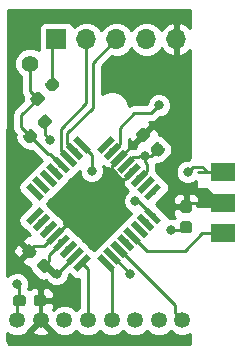
<source format=gbr>
G04 #@! TF.GenerationSoftware,KiCad,Pcbnew,(5.0.2)-1*
G04 #@! TF.CreationDate,2019-01-20T16:15:56+01:00*
G04 #@! TF.ProjectId,HM-LC-Sw1-Pl-DN-R1_S26,484d2d4c-432d-4537-9731-2d506c2d444e,rev?*
G04 #@! TF.SameCoordinates,Original*
G04 #@! TF.FileFunction,Copper,L2,Bot*
G04 #@! TF.FilePolarity,Positive*
%FSLAX46Y46*%
G04 Gerber Fmt 4.6, Leading zero omitted, Abs format (unit mm)*
G04 Created by KiCad (PCBNEW (5.0.2)-1) date 20.01.2019 16:15:56*
%MOMM*%
%LPD*%
G01*
G04 APERTURE LIST*
G04 #@! TA.AperFunction,ComponentPad*
%ADD10C,1.350000*%
G04 #@! TD*
G04 #@! TA.AperFunction,SMDPad,CuDef*
%ADD11R,2.000000X1.500000*%
G04 #@! TD*
G04 #@! TA.AperFunction,ComponentPad*
%ADD12R,1.700000X1.700000*%
G04 #@! TD*
G04 #@! TA.AperFunction,ComponentPad*
%ADD13O,1.700000X1.700000*%
G04 #@! TD*
G04 #@! TA.AperFunction,Conductor*
%ADD14C,0.100000*%
G04 #@! TD*
G04 #@! TA.AperFunction,SMDPad,CuDef*
%ADD15C,0.950000*%
G04 #@! TD*
G04 #@! TA.AperFunction,ComponentPad*
%ADD16C,1.400000*%
G04 #@! TD*
G04 #@! TA.AperFunction,SMDPad,CuDef*
%ADD17C,0.550000*%
G04 #@! TD*
G04 #@! TA.AperFunction,ViaPad*
%ADD18C,0.800000*%
G04 #@! TD*
G04 #@! TA.AperFunction,Conductor*
%ADD19C,0.250000*%
G04 #@! TD*
G04 #@! TA.AperFunction,Conductor*
%ADD20C,0.300000*%
G04 #@! TD*
G04 #@! TA.AperFunction,Conductor*
%ADD21C,0.254000*%
G04 #@! TD*
G04 APERTURE END LIST*
D10*
G04 #@! TO.P,CC1101,7*
G04 #@! TO.N,/GDO0*
X157965040Y-119643520D03*
G04 #@! TO.P,CC1101,6*
G04 #@! TO.N,Net-(CC1101-Pad6)*
X155965040Y-119643520D03*
G04 #@! TO.P,CC1101,5*
G04 #@! TO.N,/MISO*
X153965040Y-119643520D03*
G04 #@! TO.P,CC1101,4*
G04 #@! TO.N,/SCK*
X151965040Y-119643520D03*
G04 #@! TO.P,CC1101,3*
G04 #@! TO.N,/MOSI*
X149965040Y-119643520D03*
G04 #@! TO.P,CC1101,2*
G04 #@! TO.N,GND*
X147965040Y-119643520D03*
G04 #@! TO.P,CC1101,1*
G04 #@! TO.N,VCC*
X145965040Y-119643520D03*
G04 #@! TO.P,CC1101,8*
G04 #@! TO.N,/CSN*
X159965040Y-119643520D03*
G04 #@! TD*
D11*
G04 #@! TO.P,J4,4*
G04 #@! TO.N,/RELAY(J3)*
X163372800Y-112268000D03*
G04 #@! TO.P,J4,5*
G04 #@! TO.N,GND*
X163372800Y-109702600D03*
G04 #@! TO.P,J4,6*
G04 #@! TO.N,/BUTTON(J4)*
X163372800Y-107111800D03*
G04 #@! TD*
D12*
G04 #@! TO.P,J1,1*
G04 #@! TO.N,/DTR*
X149301200Y-95834200D03*
D13*
G04 #@! TO.P,J1,2*
G04 #@! TO.N,/RXD*
X151841200Y-95834200D03*
G04 #@! TO.P,J1,3*
G04 #@! TO.N,/TXD*
X154381200Y-95834200D03*
G04 #@! TO.P,J1,4*
G04 #@! TO.N,VCC*
X156921200Y-95834200D03*
G04 #@! TO.P,J1,5*
G04 #@! TO.N,GND*
X159461200Y-95834200D03*
G04 #@! TD*
D14*
G04 #@! TO.N,VCC*
G04 #@! TO.C,C1*
G36*
X160534779Y-111227223D02*
X160557834Y-111230642D01*
X160580443Y-111236306D01*
X160602387Y-111244158D01*
X160623457Y-111254123D01*
X160643448Y-111266105D01*
X160662168Y-111279989D01*
X160679438Y-111295641D01*
X160695090Y-111312911D01*
X160708974Y-111331631D01*
X160720956Y-111351622D01*
X160730921Y-111372692D01*
X160738773Y-111394636D01*
X160744437Y-111417245D01*
X160747856Y-111440300D01*
X160749000Y-111463579D01*
X160749000Y-112038579D01*
X160747856Y-112061858D01*
X160744437Y-112084913D01*
X160738773Y-112107522D01*
X160730921Y-112129466D01*
X160720956Y-112150536D01*
X160708974Y-112170527D01*
X160695090Y-112189247D01*
X160679438Y-112206517D01*
X160662168Y-112222169D01*
X160643448Y-112236053D01*
X160623457Y-112248035D01*
X160602387Y-112258000D01*
X160580443Y-112265852D01*
X160557834Y-112271516D01*
X160534779Y-112274935D01*
X160511500Y-112276079D01*
X160036500Y-112276079D01*
X160013221Y-112274935D01*
X159990166Y-112271516D01*
X159967557Y-112265852D01*
X159945613Y-112258000D01*
X159924543Y-112248035D01*
X159904552Y-112236053D01*
X159885832Y-112222169D01*
X159868562Y-112206517D01*
X159852910Y-112189247D01*
X159839026Y-112170527D01*
X159827044Y-112150536D01*
X159817079Y-112129466D01*
X159809227Y-112107522D01*
X159803563Y-112084913D01*
X159800144Y-112061858D01*
X159799000Y-112038579D01*
X159799000Y-111463579D01*
X159800144Y-111440300D01*
X159803563Y-111417245D01*
X159809227Y-111394636D01*
X159817079Y-111372692D01*
X159827044Y-111351622D01*
X159839026Y-111331631D01*
X159852910Y-111312911D01*
X159868562Y-111295641D01*
X159885832Y-111279989D01*
X159904552Y-111266105D01*
X159924543Y-111254123D01*
X159945613Y-111244158D01*
X159967557Y-111236306D01*
X159990166Y-111230642D01*
X160013221Y-111227223D01*
X160036500Y-111226079D01*
X160511500Y-111226079D01*
X160534779Y-111227223D01*
X160534779Y-111227223D01*
G37*
D15*
G04 #@! TD*
G04 #@! TO.P,C1,1*
G04 #@! TO.N,VCC*
X160274000Y-111751079D03*
D14*
G04 #@! TO.N,GND*
G04 #@! TO.C,C1*
G36*
X160534779Y-109477225D02*
X160557834Y-109480644D01*
X160580443Y-109486308D01*
X160602387Y-109494160D01*
X160623457Y-109504125D01*
X160643448Y-109516107D01*
X160662168Y-109529991D01*
X160679438Y-109545643D01*
X160695090Y-109562913D01*
X160708974Y-109581633D01*
X160720956Y-109601624D01*
X160730921Y-109622694D01*
X160738773Y-109644638D01*
X160744437Y-109667247D01*
X160747856Y-109690302D01*
X160749000Y-109713581D01*
X160749000Y-110288581D01*
X160747856Y-110311860D01*
X160744437Y-110334915D01*
X160738773Y-110357524D01*
X160730921Y-110379468D01*
X160720956Y-110400538D01*
X160708974Y-110420529D01*
X160695090Y-110439249D01*
X160679438Y-110456519D01*
X160662168Y-110472171D01*
X160643448Y-110486055D01*
X160623457Y-110498037D01*
X160602387Y-110508002D01*
X160580443Y-110515854D01*
X160557834Y-110521518D01*
X160534779Y-110524937D01*
X160511500Y-110526081D01*
X160036500Y-110526081D01*
X160013221Y-110524937D01*
X159990166Y-110521518D01*
X159967557Y-110515854D01*
X159945613Y-110508002D01*
X159924543Y-110498037D01*
X159904552Y-110486055D01*
X159885832Y-110472171D01*
X159868562Y-110456519D01*
X159852910Y-110439249D01*
X159839026Y-110420529D01*
X159827044Y-110400538D01*
X159817079Y-110379468D01*
X159809227Y-110357524D01*
X159803563Y-110334915D01*
X159800144Y-110311860D01*
X159799000Y-110288581D01*
X159799000Y-109713581D01*
X159800144Y-109690302D01*
X159803563Y-109667247D01*
X159809227Y-109644638D01*
X159817079Y-109622694D01*
X159827044Y-109601624D01*
X159839026Y-109581633D01*
X159852910Y-109562913D01*
X159868562Y-109545643D01*
X159885832Y-109529991D01*
X159904552Y-109516107D01*
X159924543Y-109504125D01*
X159945613Y-109494160D01*
X159967557Y-109486308D01*
X159990166Y-109480644D01*
X160013221Y-109477225D01*
X160036500Y-109476081D01*
X160511500Y-109476081D01*
X160534779Y-109477225D01*
X160534779Y-109477225D01*
G37*
D15*
G04 #@! TD*
G04 #@! TO.P,C1,2*
G04 #@! TO.N,GND*
X160274000Y-110001081D03*
D14*
G04 #@! TO.N,GND*
G04 #@! TO.C,C2*
G36*
X156620606Y-103309935D02*
X156643661Y-103313354D01*
X156666270Y-103319018D01*
X156688214Y-103326870D01*
X156709284Y-103336835D01*
X156729275Y-103348817D01*
X156747995Y-103362701D01*
X156765265Y-103378353D01*
X157171851Y-103784939D01*
X157187503Y-103802209D01*
X157201387Y-103820929D01*
X157213369Y-103840920D01*
X157223334Y-103861990D01*
X157231186Y-103883934D01*
X157236850Y-103906543D01*
X157240269Y-103929598D01*
X157241413Y-103952877D01*
X157240269Y-103976156D01*
X157236850Y-103999211D01*
X157231186Y-104021820D01*
X157223334Y-104043764D01*
X157213369Y-104064834D01*
X157201387Y-104084825D01*
X157187503Y-104103545D01*
X157171851Y-104120815D01*
X156835975Y-104456691D01*
X156818705Y-104472343D01*
X156799985Y-104486227D01*
X156779994Y-104498209D01*
X156758924Y-104508174D01*
X156736980Y-104516026D01*
X156714371Y-104521690D01*
X156691316Y-104525109D01*
X156668037Y-104526253D01*
X156644758Y-104525109D01*
X156621703Y-104521690D01*
X156599094Y-104516026D01*
X156577150Y-104508174D01*
X156556080Y-104498209D01*
X156536089Y-104486227D01*
X156517369Y-104472343D01*
X156500099Y-104456691D01*
X156093513Y-104050105D01*
X156077861Y-104032835D01*
X156063977Y-104014115D01*
X156051995Y-103994124D01*
X156042030Y-103973054D01*
X156034178Y-103951110D01*
X156028514Y-103928501D01*
X156025095Y-103905446D01*
X156023951Y-103882167D01*
X156025095Y-103858888D01*
X156028514Y-103835833D01*
X156034178Y-103813224D01*
X156042030Y-103791280D01*
X156051995Y-103770210D01*
X156063977Y-103750219D01*
X156077861Y-103731499D01*
X156093513Y-103714229D01*
X156429389Y-103378353D01*
X156446659Y-103362701D01*
X156465379Y-103348817D01*
X156485370Y-103336835D01*
X156506440Y-103326870D01*
X156528384Y-103319018D01*
X156550993Y-103313354D01*
X156574048Y-103309935D01*
X156597327Y-103308791D01*
X156620606Y-103309935D01*
X156620606Y-103309935D01*
G37*
D15*
G04 #@! TD*
G04 #@! TO.P,C2,2*
G04 #@! TO.N,GND*
X156632682Y-103917522D03*
D14*
G04 #@! TO.N,VCC*
G04 #@! TO.C,C2*
G36*
X157858042Y-104547371D02*
X157881097Y-104550790D01*
X157903706Y-104556454D01*
X157925650Y-104564306D01*
X157946720Y-104574271D01*
X157966711Y-104586253D01*
X157985431Y-104600137D01*
X158002701Y-104615789D01*
X158409287Y-105022375D01*
X158424939Y-105039645D01*
X158438823Y-105058365D01*
X158450805Y-105078356D01*
X158460770Y-105099426D01*
X158468622Y-105121370D01*
X158474286Y-105143979D01*
X158477705Y-105167034D01*
X158478849Y-105190313D01*
X158477705Y-105213592D01*
X158474286Y-105236647D01*
X158468622Y-105259256D01*
X158460770Y-105281200D01*
X158450805Y-105302270D01*
X158438823Y-105322261D01*
X158424939Y-105340981D01*
X158409287Y-105358251D01*
X158073411Y-105694127D01*
X158056141Y-105709779D01*
X158037421Y-105723663D01*
X158017430Y-105735645D01*
X157996360Y-105745610D01*
X157974416Y-105753462D01*
X157951807Y-105759126D01*
X157928752Y-105762545D01*
X157905473Y-105763689D01*
X157882194Y-105762545D01*
X157859139Y-105759126D01*
X157836530Y-105753462D01*
X157814586Y-105745610D01*
X157793516Y-105735645D01*
X157773525Y-105723663D01*
X157754805Y-105709779D01*
X157737535Y-105694127D01*
X157330949Y-105287541D01*
X157315297Y-105270271D01*
X157301413Y-105251551D01*
X157289431Y-105231560D01*
X157279466Y-105210490D01*
X157271614Y-105188546D01*
X157265950Y-105165937D01*
X157262531Y-105142882D01*
X157261387Y-105119603D01*
X157262531Y-105096324D01*
X157265950Y-105073269D01*
X157271614Y-105050660D01*
X157279466Y-105028716D01*
X157289431Y-105007646D01*
X157301413Y-104987655D01*
X157315297Y-104968935D01*
X157330949Y-104951665D01*
X157666825Y-104615789D01*
X157684095Y-104600137D01*
X157702815Y-104586253D01*
X157722806Y-104574271D01*
X157743876Y-104564306D01*
X157765820Y-104556454D01*
X157788429Y-104550790D01*
X157811484Y-104547371D01*
X157834763Y-104546227D01*
X157858042Y-104547371D01*
X157858042Y-104547371D01*
G37*
D15*
G04 #@! TD*
G04 #@! TO.P,C2,1*
G04 #@! TO.N,VCC*
X157870118Y-105154958D03*
D14*
G04 #@! TO.N,VCC*
G04 #@! TO.C,C3*
G36*
X148231442Y-114412731D02*
X148254497Y-114416150D01*
X148277106Y-114421814D01*
X148299050Y-114429666D01*
X148320120Y-114439631D01*
X148340111Y-114451613D01*
X148358831Y-114465497D01*
X148376101Y-114481149D01*
X148782687Y-114887735D01*
X148798339Y-114905005D01*
X148812223Y-114923725D01*
X148824205Y-114943716D01*
X148834170Y-114964786D01*
X148842022Y-114986730D01*
X148847686Y-115009339D01*
X148851105Y-115032394D01*
X148852249Y-115055673D01*
X148851105Y-115078952D01*
X148847686Y-115102007D01*
X148842022Y-115124616D01*
X148834170Y-115146560D01*
X148824205Y-115167630D01*
X148812223Y-115187621D01*
X148798339Y-115206341D01*
X148782687Y-115223611D01*
X148446811Y-115559487D01*
X148429541Y-115575139D01*
X148410821Y-115589023D01*
X148390830Y-115601005D01*
X148369760Y-115610970D01*
X148347816Y-115618822D01*
X148325207Y-115624486D01*
X148302152Y-115627905D01*
X148278873Y-115629049D01*
X148255594Y-115627905D01*
X148232539Y-115624486D01*
X148209930Y-115618822D01*
X148187986Y-115610970D01*
X148166916Y-115601005D01*
X148146925Y-115589023D01*
X148128205Y-115575139D01*
X148110935Y-115559487D01*
X147704349Y-115152901D01*
X147688697Y-115135631D01*
X147674813Y-115116911D01*
X147662831Y-115096920D01*
X147652866Y-115075850D01*
X147645014Y-115053906D01*
X147639350Y-115031297D01*
X147635931Y-115008242D01*
X147634787Y-114984963D01*
X147635931Y-114961684D01*
X147639350Y-114938629D01*
X147645014Y-114916020D01*
X147652866Y-114894076D01*
X147662831Y-114873006D01*
X147674813Y-114853015D01*
X147688697Y-114834295D01*
X147704349Y-114817025D01*
X148040225Y-114481149D01*
X148057495Y-114465497D01*
X148076215Y-114451613D01*
X148096206Y-114439631D01*
X148117276Y-114429666D01*
X148139220Y-114421814D01*
X148161829Y-114416150D01*
X148184884Y-114412731D01*
X148208163Y-114411587D01*
X148231442Y-114412731D01*
X148231442Y-114412731D01*
G37*
D15*
G04 #@! TD*
G04 #@! TO.P,C3,1*
G04 #@! TO.N,VCC*
X148243518Y-115020318D03*
D14*
G04 #@! TO.N,GND*
G04 #@! TO.C,C3*
G36*
X146994006Y-113175295D02*
X147017061Y-113178714D01*
X147039670Y-113184378D01*
X147061614Y-113192230D01*
X147082684Y-113202195D01*
X147102675Y-113214177D01*
X147121395Y-113228061D01*
X147138665Y-113243713D01*
X147545251Y-113650299D01*
X147560903Y-113667569D01*
X147574787Y-113686289D01*
X147586769Y-113706280D01*
X147596734Y-113727350D01*
X147604586Y-113749294D01*
X147610250Y-113771903D01*
X147613669Y-113794958D01*
X147614813Y-113818237D01*
X147613669Y-113841516D01*
X147610250Y-113864571D01*
X147604586Y-113887180D01*
X147596734Y-113909124D01*
X147586769Y-113930194D01*
X147574787Y-113950185D01*
X147560903Y-113968905D01*
X147545251Y-113986175D01*
X147209375Y-114322051D01*
X147192105Y-114337703D01*
X147173385Y-114351587D01*
X147153394Y-114363569D01*
X147132324Y-114373534D01*
X147110380Y-114381386D01*
X147087771Y-114387050D01*
X147064716Y-114390469D01*
X147041437Y-114391613D01*
X147018158Y-114390469D01*
X146995103Y-114387050D01*
X146972494Y-114381386D01*
X146950550Y-114373534D01*
X146929480Y-114363569D01*
X146909489Y-114351587D01*
X146890769Y-114337703D01*
X146873499Y-114322051D01*
X146466913Y-113915465D01*
X146451261Y-113898195D01*
X146437377Y-113879475D01*
X146425395Y-113859484D01*
X146415430Y-113838414D01*
X146407578Y-113816470D01*
X146401914Y-113793861D01*
X146398495Y-113770806D01*
X146397351Y-113747527D01*
X146398495Y-113724248D01*
X146401914Y-113701193D01*
X146407578Y-113678584D01*
X146415430Y-113656640D01*
X146425395Y-113635570D01*
X146437377Y-113615579D01*
X146451261Y-113596859D01*
X146466913Y-113579589D01*
X146802789Y-113243713D01*
X146820059Y-113228061D01*
X146838779Y-113214177D01*
X146858770Y-113202195D01*
X146879840Y-113192230D01*
X146901784Y-113184378D01*
X146924393Y-113178714D01*
X146947448Y-113175295D01*
X146970727Y-113174151D01*
X146994006Y-113175295D01*
X146994006Y-113175295D01*
G37*
D15*
G04 #@! TD*
G04 #@! TO.P,C3,2*
G04 #@! TO.N,GND*
X147006082Y-113782882D03*
D14*
G04 #@! TO.N,/DTR*
G04 #@! TO.C,C4*
G36*
X148998112Y-99027495D02*
X149021167Y-99030914D01*
X149043776Y-99036578D01*
X149065720Y-99044430D01*
X149086790Y-99054395D01*
X149106781Y-99066377D01*
X149125501Y-99080261D01*
X149142771Y-99095913D01*
X149478647Y-99431789D01*
X149494299Y-99449059D01*
X149508183Y-99467779D01*
X149520165Y-99487770D01*
X149530130Y-99508840D01*
X149537982Y-99530784D01*
X149543646Y-99553393D01*
X149547065Y-99576448D01*
X149548209Y-99599727D01*
X149547065Y-99623006D01*
X149543646Y-99646061D01*
X149537982Y-99668670D01*
X149530130Y-99690614D01*
X149520165Y-99711684D01*
X149508183Y-99731675D01*
X149494299Y-99750395D01*
X149478647Y-99767665D01*
X149072061Y-100174251D01*
X149054791Y-100189903D01*
X149036071Y-100203787D01*
X149016080Y-100215769D01*
X148995010Y-100225734D01*
X148973066Y-100233586D01*
X148950457Y-100239250D01*
X148927402Y-100242669D01*
X148904123Y-100243813D01*
X148880844Y-100242669D01*
X148857789Y-100239250D01*
X148835180Y-100233586D01*
X148813236Y-100225734D01*
X148792166Y-100215769D01*
X148772175Y-100203787D01*
X148753455Y-100189903D01*
X148736185Y-100174251D01*
X148400309Y-99838375D01*
X148384657Y-99821105D01*
X148370773Y-99802385D01*
X148358791Y-99782394D01*
X148348826Y-99761324D01*
X148340974Y-99739380D01*
X148335310Y-99716771D01*
X148331891Y-99693716D01*
X148330747Y-99670437D01*
X148331891Y-99647158D01*
X148335310Y-99624103D01*
X148340974Y-99601494D01*
X148348826Y-99579550D01*
X148358791Y-99558480D01*
X148370773Y-99538489D01*
X148384657Y-99519769D01*
X148400309Y-99502499D01*
X148806895Y-99095913D01*
X148824165Y-99080261D01*
X148842885Y-99066377D01*
X148862876Y-99054395D01*
X148883946Y-99044430D01*
X148905890Y-99036578D01*
X148928499Y-99030914D01*
X148951554Y-99027495D01*
X148974833Y-99026351D01*
X148998112Y-99027495D01*
X148998112Y-99027495D01*
G37*
D15*
G04 #@! TD*
G04 #@! TO.P,C4,1*
G04 #@! TO.N,/DTR*
X148939478Y-99635082D03*
D14*
G04 #@! TO.N,/Reset*
G04 #@! TO.C,C4*
G36*
X147760676Y-100264931D02*
X147783731Y-100268350D01*
X147806340Y-100274014D01*
X147828284Y-100281866D01*
X147849354Y-100291831D01*
X147869345Y-100303813D01*
X147888065Y-100317697D01*
X147905335Y-100333349D01*
X148241211Y-100669225D01*
X148256863Y-100686495D01*
X148270747Y-100705215D01*
X148282729Y-100725206D01*
X148292694Y-100746276D01*
X148300546Y-100768220D01*
X148306210Y-100790829D01*
X148309629Y-100813884D01*
X148310773Y-100837163D01*
X148309629Y-100860442D01*
X148306210Y-100883497D01*
X148300546Y-100906106D01*
X148292694Y-100928050D01*
X148282729Y-100949120D01*
X148270747Y-100969111D01*
X148256863Y-100987831D01*
X148241211Y-101005101D01*
X147834625Y-101411687D01*
X147817355Y-101427339D01*
X147798635Y-101441223D01*
X147778644Y-101453205D01*
X147757574Y-101463170D01*
X147735630Y-101471022D01*
X147713021Y-101476686D01*
X147689966Y-101480105D01*
X147666687Y-101481249D01*
X147643408Y-101480105D01*
X147620353Y-101476686D01*
X147597744Y-101471022D01*
X147575800Y-101463170D01*
X147554730Y-101453205D01*
X147534739Y-101441223D01*
X147516019Y-101427339D01*
X147498749Y-101411687D01*
X147162873Y-101075811D01*
X147147221Y-101058541D01*
X147133337Y-101039821D01*
X147121355Y-101019830D01*
X147111390Y-100998760D01*
X147103538Y-100976816D01*
X147097874Y-100954207D01*
X147094455Y-100931152D01*
X147093311Y-100907873D01*
X147094455Y-100884594D01*
X147097874Y-100861539D01*
X147103538Y-100838930D01*
X147111390Y-100816986D01*
X147121355Y-100795916D01*
X147133337Y-100775925D01*
X147147221Y-100757205D01*
X147162873Y-100739935D01*
X147569459Y-100333349D01*
X147586729Y-100317697D01*
X147605449Y-100303813D01*
X147625440Y-100291831D01*
X147646510Y-100281866D01*
X147668454Y-100274014D01*
X147691063Y-100268350D01*
X147714118Y-100264931D01*
X147737397Y-100263787D01*
X147760676Y-100264931D01*
X147760676Y-100264931D01*
G37*
D15*
G04 #@! TD*
G04 #@! TO.P,C4,2*
G04 #@! TO.N,/Reset*
X147702042Y-100872518D03*
D14*
G04 #@! TO.N,GND*
G04 #@! TO.C,C5*
G36*
X148231459Y-117478664D02*
X148254514Y-117482083D01*
X148277123Y-117487747D01*
X148299067Y-117495599D01*
X148320137Y-117505564D01*
X148340128Y-117517546D01*
X148358848Y-117531430D01*
X148376118Y-117547082D01*
X148391770Y-117564352D01*
X148405654Y-117583072D01*
X148417636Y-117603063D01*
X148427601Y-117624133D01*
X148435453Y-117646077D01*
X148441117Y-117668686D01*
X148444536Y-117691741D01*
X148445680Y-117715020D01*
X148445680Y-118190020D01*
X148444536Y-118213299D01*
X148441117Y-118236354D01*
X148435453Y-118258963D01*
X148427601Y-118280907D01*
X148417636Y-118301977D01*
X148405654Y-118321968D01*
X148391770Y-118340688D01*
X148376118Y-118357958D01*
X148358848Y-118373610D01*
X148340128Y-118387494D01*
X148320137Y-118399476D01*
X148299067Y-118409441D01*
X148277123Y-118417293D01*
X148254514Y-118422957D01*
X148231459Y-118426376D01*
X148208180Y-118427520D01*
X147633180Y-118427520D01*
X147609901Y-118426376D01*
X147586846Y-118422957D01*
X147564237Y-118417293D01*
X147542293Y-118409441D01*
X147521223Y-118399476D01*
X147501232Y-118387494D01*
X147482512Y-118373610D01*
X147465242Y-118357958D01*
X147449590Y-118340688D01*
X147435706Y-118321968D01*
X147423724Y-118301977D01*
X147413759Y-118280907D01*
X147405907Y-118258963D01*
X147400243Y-118236354D01*
X147396824Y-118213299D01*
X147395680Y-118190020D01*
X147395680Y-117715020D01*
X147396824Y-117691741D01*
X147400243Y-117668686D01*
X147405907Y-117646077D01*
X147413759Y-117624133D01*
X147423724Y-117603063D01*
X147435706Y-117583072D01*
X147449590Y-117564352D01*
X147465242Y-117547082D01*
X147482512Y-117531430D01*
X147501232Y-117517546D01*
X147521223Y-117505564D01*
X147542293Y-117495599D01*
X147564237Y-117487747D01*
X147586846Y-117482083D01*
X147609901Y-117478664D01*
X147633180Y-117477520D01*
X148208180Y-117477520D01*
X148231459Y-117478664D01*
X148231459Y-117478664D01*
G37*
D15*
G04 #@! TD*
G04 #@! TO.P,C5,2*
G04 #@! TO.N,GND*
X147920680Y-117952520D03*
D14*
G04 #@! TO.N,VCC*
G04 #@! TO.C,C5*
G36*
X146481459Y-117478664D02*
X146504514Y-117482083D01*
X146527123Y-117487747D01*
X146549067Y-117495599D01*
X146570137Y-117505564D01*
X146590128Y-117517546D01*
X146608848Y-117531430D01*
X146626118Y-117547082D01*
X146641770Y-117564352D01*
X146655654Y-117583072D01*
X146667636Y-117603063D01*
X146677601Y-117624133D01*
X146685453Y-117646077D01*
X146691117Y-117668686D01*
X146694536Y-117691741D01*
X146695680Y-117715020D01*
X146695680Y-118190020D01*
X146694536Y-118213299D01*
X146691117Y-118236354D01*
X146685453Y-118258963D01*
X146677601Y-118280907D01*
X146667636Y-118301977D01*
X146655654Y-118321968D01*
X146641770Y-118340688D01*
X146626118Y-118357958D01*
X146608848Y-118373610D01*
X146590128Y-118387494D01*
X146570137Y-118399476D01*
X146549067Y-118409441D01*
X146527123Y-118417293D01*
X146504514Y-118422957D01*
X146481459Y-118426376D01*
X146458180Y-118427520D01*
X145883180Y-118427520D01*
X145859901Y-118426376D01*
X145836846Y-118422957D01*
X145814237Y-118417293D01*
X145792293Y-118409441D01*
X145771223Y-118399476D01*
X145751232Y-118387494D01*
X145732512Y-118373610D01*
X145715242Y-118357958D01*
X145699590Y-118340688D01*
X145685706Y-118321968D01*
X145673724Y-118301977D01*
X145663759Y-118280907D01*
X145655907Y-118258963D01*
X145650243Y-118236354D01*
X145646824Y-118213299D01*
X145645680Y-118190020D01*
X145645680Y-117715020D01*
X145646824Y-117691741D01*
X145650243Y-117668686D01*
X145655907Y-117646077D01*
X145663759Y-117624133D01*
X145673724Y-117603063D01*
X145685706Y-117583072D01*
X145699590Y-117564352D01*
X145715242Y-117547082D01*
X145732512Y-117531430D01*
X145751232Y-117517546D01*
X145771223Y-117505564D01*
X145792293Y-117495599D01*
X145814237Y-117487747D01*
X145836846Y-117482083D01*
X145859901Y-117478664D01*
X145883180Y-117477520D01*
X146458180Y-117477520D01*
X146481459Y-117478664D01*
X146481459Y-117478664D01*
G37*
D15*
G04 #@! TD*
G04 #@! TO.P,C5,1*
G04 #@! TO.N,VCC*
X146170680Y-117952520D03*
D16*
G04 #@! TO.P,J3,1*
G04 #@! TO.N,/Reset*
X147066000Y-97891600D03*
G04 #@! TD*
D14*
G04 #@! TO.N,VCC*
G04 #@! TO.C,R1*
G36*
X148368192Y-102197415D02*
X148391247Y-102200834D01*
X148413856Y-102206498D01*
X148435800Y-102214350D01*
X148456870Y-102224315D01*
X148476861Y-102236297D01*
X148495581Y-102250181D01*
X148512851Y-102265833D01*
X148848727Y-102601709D01*
X148864379Y-102618979D01*
X148878263Y-102637699D01*
X148890245Y-102657690D01*
X148900210Y-102678760D01*
X148908062Y-102700704D01*
X148913726Y-102723313D01*
X148917145Y-102746368D01*
X148918289Y-102769647D01*
X148917145Y-102792926D01*
X148913726Y-102815981D01*
X148908062Y-102838590D01*
X148900210Y-102860534D01*
X148890245Y-102881604D01*
X148878263Y-102901595D01*
X148864379Y-102920315D01*
X148848727Y-102937585D01*
X148442141Y-103344171D01*
X148424871Y-103359823D01*
X148406151Y-103373707D01*
X148386160Y-103385689D01*
X148365090Y-103395654D01*
X148343146Y-103403506D01*
X148320537Y-103409170D01*
X148297482Y-103412589D01*
X148274203Y-103413733D01*
X148250924Y-103412589D01*
X148227869Y-103409170D01*
X148205260Y-103403506D01*
X148183316Y-103395654D01*
X148162246Y-103385689D01*
X148142255Y-103373707D01*
X148123535Y-103359823D01*
X148106265Y-103344171D01*
X147770389Y-103008295D01*
X147754737Y-102991025D01*
X147740853Y-102972305D01*
X147728871Y-102952314D01*
X147718906Y-102931244D01*
X147711054Y-102909300D01*
X147705390Y-102886691D01*
X147701971Y-102863636D01*
X147700827Y-102840357D01*
X147701971Y-102817078D01*
X147705390Y-102794023D01*
X147711054Y-102771414D01*
X147718906Y-102749470D01*
X147728871Y-102728400D01*
X147740853Y-102708409D01*
X147754737Y-102689689D01*
X147770389Y-102672419D01*
X148176975Y-102265833D01*
X148194245Y-102250181D01*
X148212965Y-102236297D01*
X148232956Y-102224315D01*
X148254026Y-102214350D01*
X148275970Y-102206498D01*
X148298579Y-102200834D01*
X148321634Y-102197415D01*
X148344913Y-102196271D01*
X148368192Y-102197415D01*
X148368192Y-102197415D01*
G37*
D15*
G04 #@! TD*
G04 #@! TO.P,R1,1*
G04 #@! TO.N,VCC*
X148309558Y-102805002D03*
D14*
G04 #@! TO.N,/Reset*
G04 #@! TO.C,R1*
G36*
X147130756Y-103434851D02*
X147153811Y-103438270D01*
X147176420Y-103443934D01*
X147198364Y-103451786D01*
X147219434Y-103461751D01*
X147239425Y-103473733D01*
X147258145Y-103487617D01*
X147275415Y-103503269D01*
X147611291Y-103839145D01*
X147626943Y-103856415D01*
X147640827Y-103875135D01*
X147652809Y-103895126D01*
X147662774Y-103916196D01*
X147670626Y-103938140D01*
X147676290Y-103960749D01*
X147679709Y-103983804D01*
X147680853Y-104007083D01*
X147679709Y-104030362D01*
X147676290Y-104053417D01*
X147670626Y-104076026D01*
X147662774Y-104097970D01*
X147652809Y-104119040D01*
X147640827Y-104139031D01*
X147626943Y-104157751D01*
X147611291Y-104175021D01*
X147204705Y-104581607D01*
X147187435Y-104597259D01*
X147168715Y-104611143D01*
X147148724Y-104623125D01*
X147127654Y-104633090D01*
X147105710Y-104640942D01*
X147083101Y-104646606D01*
X147060046Y-104650025D01*
X147036767Y-104651169D01*
X147013488Y-104650025D01*
X146990433Y-104646606D01*
X146967824Y-104640942D01*
X146945880Y-104633090D01*
X146924810Y-104623125D01*
X146904819Y-104611143D01*
X146886099Y-104597259D01*
X146868829Y-104581607D01*
X146532953Y-104245731D01*
X146517301Y-104228461D01*
X146503417Y-104209741D01*
X146491435Y-104189750D01*
X146481470Y-104168680D01*
X146473618Y-104146736D01*
X146467954Y-104124127D01*
X146464535Y-104101072D01*
X146463391Y-104077793D01*
X146464535Y-104054514D01*
X146467954Y-104031459D01*
X146473618Y-104008850D01*
X146481470Y-103986906D01*
X146491435Y-103965836D01*
X146503417Y-103945845D01*
X146517301Y-103927125D01*
X146532953Y-103909855D01*
X146939539Y-103503269D01*
X146956809Y-103487617D01*
X146975529Y-103473733D01*
X146995520Y-103461751D01*
X147016590Y-103451786D01*
X147038534Y-103443934D01*
X147061143Y-103438270D01*
X147084198Y-103434851D01*
X147107477Y-103433707D01*
X147130756Y-103434851D01*
X147130756Y-103434851D01*
G37*
D15*
G04 #@! TD*
G04 #@! TO.P,R1,2*
G04 #@! TO.N,/Reset*
X147072122Y-104042438D03*
D17*
G04 #@! TO.P,U1,1*
G04 #@! TO.N,Net-(U1-Pad1)*
X153476105Y-104768297D03*
D14*
G04 #@! TD*
G04 #@! TO.N,Net-(U1-Pad1)*
G04 #@! TO.C,U1*
G36*
X153847336Y-104008157D02*
X154236245Y-104397066D01*
X153104874Y-105528437D01*
X152715965Y-105139528D01*
X153847336Y-104008157D01*
X153847336Y-104008157D01*
G37*
D17*
G04 #@! TO.P,U1,2*
G04 #@! TO.N,/BUTTON(J4)*
X154041790Y-105333983D03*
D14*
G04 #@! TD*
G04 #@! TO.N,/BUTTON(J4)*
G04 #@! TO.C,U1*
G36*
X154413021Y-104573843D02*
X154801930Y-104962752D01*
X153670559Y-106094123D01*
X153281650Y-105705214D01*
X154413021Y-104573843D01*
X154413021Y-104573843D01*
G37*
D17*
G04 #@! TO.P,U1,3*
G04 #@! TO.N,GND*
X154607476Y-105899668D03*
D14*
G04 #@! TD*
G04 #@! TO.N,GND*
G04 #@! TO.C,U1*
G36*
X154978707Y-105139528D02*
X155367616Y-105528437D01*
X154236245Y-106659808D01*
X153847336Y-106270899D01*
X154978707Y-105139528D01*
X154978707Y-105139528D01*
G37*
D17*
G04 #@! TO.P,U1,4*
G04 #@! TO.N,VCC*
X155173161Y-106465353D03*
D14*
G04 #@! TD*
G04 #@! TO.N,VCC*
G04 #@! TO.C,U1*
G36*
X155544392Y-105705213D02*
X155933301Y-106094122D01*
X154801930Y-107225493D01*
X154413021Y-106836584D01*
X155544392Y-105705213D01*
X155544392Y-105705213D01*
G37*
D17*
G04 #@! TO.P,U1,5*
G04 #@! TO.N,GND*
X155738847Y-107031039D03*
D14*
G04 #@! TD*
G04 #@! TO.N,GND*
G04 #@! TO.C,U1*
G36*
X156110078Y-106270899D02*
X156498987Y-106659808D01*
X155367616Y-107791179D01*
X154978707Y-107402270D01*
X156110078Y-106270899D01*
X156110078Y-106270899D01*
G37*
D17*
G04 #@! TO.P,U1,6*
G04 #@! TO.N,VCC*
X156304532Y-107596724D03*
D14*
G04 #@! TD*
G04 #@! TO.N,VCC*
G04 #@! TO.C,U1*
G36*
X156675763Y-106836584D02*
X157064672Y-107225493D01*
X155933301Y-108356864D01*
X155544392Y-107967955D01*
X156675763Y-106836584D01*
X156675763Y-106836584D01*
G37*
D17*
G04 #@! TO.P,U1,7*
G04 #@! TO.N,Net-(U1-Pad7)*
X156870217Y-108162410D03*
D14*
G04 #@! TD*
G04 #@! TO.N,Net-(U1-Pad7)*
G04 #@! TO.C,U1*
G36*
X157241448Y-107402270D02*
X157630357Y-107791179D01*
X156498986Y-108922550D01*
X156110077Y-108533641D01*
X157241448Y-107402270D01*
X157241448Y-107402270D01*
G37*
D17*
G04 #@! TO.P,U1,8*
G04 #@! TO.N,Net-(U1-Pad8)*
X157435903Y-108728095D03*
D14*
G04 #@! TD*
G04 #@! TO.N,Net-(U1-Pad8)*
G04 #@! TO.C,U1*
G36*
X157807134Y-107967955D02*
X158196043Y-108356864D01*
X157064672Y-109488235D01*
X156675763Y-109099326D01*
X157807134Y-107967955D01*
X157807134Y-107967955D01*
G37*
D17*
G04 #@! TO.P,U1,9*
G04 #@! TO.N,/LED(J5)*
X157435903Y-110778705D03*
D14*
G04 #@! TD*
G04 #@! TO.N,/LED(J5)*
G04 #@! TO.C,U1*
G36*
X158196043Y-111149936D02*
X157807134Y-111538845D01*
X156675763Y-110407474D01*
X157064672Y-110018565D01*
X158196043Y-111149936D01*
X158196043Y-111149936D01*
G37*
D17*
G04 #@! TO.P,U1,10*
G04 #@! TO.N,Net-(U1-Pad10)*
X156870217Y-111344390D03*
D14*
G04 #@! TD*
G04 #@! TO.N,Net-(U1-Pad10)*
G04 #@! TO.C,U1*
G36*
X157630357Y-111715621D02*
X157241448Y-112104530D01*
X156110077Y-110973159D01*
X156498986Y-110584250D01*
X157630357Y-111715621D01*
X157630357Y-111715621D01*
G37*
D17*
G04 #@! TO.P,U1,11*
G04 #@! TO.N,Net-(U1-Pad11)*
X156304532Y-111910076D03*
D14*
G04 #@! TD*
G04 #@! TO.N,Net-(U1-Pad11)*
G04 #@! TO.C,U1*
G36*
X157064672Y-112281307D02*
X156675763Y-112670216D01*
X155544392Y-111538845D01*
X155933301Y-111149936D01*
X157064672Y-112281307D01*
X157064672Y-112281307D01*
G37*
D17*
G04 #@! TO.P,U1,12*
G04 #@! TO.N,/RELAY(J3)*
X155738847Y-112475761D03*
D14*
G04 #@! TD*
G04 #@! TO.N,/RELAY(J3)*
G04 #@! TO.C,U1*
G36*
X156498987Y-112846992D02*
X156110078Y-113235901D01*
X154978707Y-112104530D01*
X155367616Y-111715621D01*
X156498987Y-112846992D01*
X156498987Y-112846992D01*
G37*
D17*
G04 #@! TO.P,U1,13*
G04 #@! TO.N,Net-(U1-Pad13)*
X155173161Y-113041447D03*
D14*
G04 #@! TD*
G04 #@! TO.N,Net-(U1-Pad13)*
G04 #@! TO.C,U1*
G36*
X155933301Y-113412678D02*
X155544392Y-113801587D01*
X154413021Y-112670216D01*
X154801930Y-112281307D01*
X155933301Y-113412678D01*
X155933301Y-113412678D01*
G37*
D17*
G04 #@! TO.P,U1,14*
G04 #@! TO.N,/CSN*
X154607476Y-113607132D03*
D14*
G04 #@! TD*
G04 #@! TO.N,/CSN*
G04 #@! TO.C,U1*
G36*
X155367616Y-113978363D02*
X154978707Y-114367272D01*
X153847336Y-113235901D01*
X154236245Y-112846992D01*
X155367616Y-113978363D01*
X155367616Y-113978363D01*
G37*
D17*
G04 #@! TO.P,U1,15*
G04 #@! TO.N,/MOSI*
X154041790Y-114172817D03*
D14*
G04 #@! TD*
G04 #@! TO.N,/MOSI*
G04 #@! TO.C,U1*
G36*
X154801930Y-114544048D02*
X154413021Y-114932957D01*
X153281650Y-113801586D01*
X153670559Y-113412677D01*
X154801930Y-114544048D01*
X154801930Y-114544048D01*
G37*
D17*
G04 #@! TO.P,U1,16*
G04 #@! TO.N,/MISO*
X153476105Y-114738503D03*
D14*
G04 #@! TD*
G04 #@! TO.N,/MISO*
G04 #@! TO.C,U1*
G36*
X154236245Y-115109734D02*
X153847336Y-115498643D01*
X152715965Y-114367272D01*
X153104874Y-113978363D01*
X154236245Y-115109734D01*
X154236245Y-115109734D01*
G37*
D17*
G04 #@! TO.P,U1,17*
G04 #@! TO.N,/SCK*
X151425495Y-114738503D03*
D14*
G04 #@! TD*
G04 #@! TO.N,/SCK*
G04 #@! TO.C,U1*
G36*
X151796726Y-113978363D02*
X152185635Y-114367272D01*
X151054264Y-115498643D01*
X150665355Y-115109734D01*
X151796726Y-113978363D01*
X151796726Y-113978363D01*
G37*
D17*
G04 #@! TO.P,U1,18*
G04 #@! TO.N,VCC*
X150859810Y-114172817D03*
D14*
G04 #@! TD*
G04 #@! TO.N,VCC*
G04 #@! TO.C,U1*
G36*
X151231041Y-113412677D02*
X151619950Y-113801586D01*
X150488579Y-114932957D01*
X150099670Y-114544048D01*
X151231041Y-113412677D01*
X151231041Y-113412677D01*
G37*
D17*
G04 #@! TO.P,U1,19*
G04 #@! TO.N,Net-(U1-Pad19)*
X150294124Y-113607132D03*
D14*
G04 #@! TD*
G04 #@! TO.N,Net-(U1-Pad19)*
G04 #@! TO.C,U1*
G36*
X150665355Y-112846992D02*
X151054264Y-113235901D01*
X149922893Y-114367272D01*
X149533984Y-113978363D01*
X150665355Y-112846992D01*
X150665355Y-112846992D01*
G37*
D17*
G04 #@! TO.P,U1,20*
G04 #@! TO.N,VCC*
X149728439Y-113041447D03*
D14*
G04 #@! TD*
G04 #@! TO.N,VCC*
G04 #@! TO.C,U1*
G36*
X150099670Y-112281307D02*
X150488579Y-112670216D01*
X149357208Y-113801587D01*
X148968299Y-113412678D01*
X150099670Y-112281307D01*
X150099670Y-112281307D01*
G37*
D17*
G04 #@! TO.P,U1,21*
G04 #@! TO.N,GND*
X149162753Y-112475761D03*
D14*
G04 #@! TD*
G04 #@! TO.N,GND*
G04 #@! TO.C,U1*
G36*
X149533984Y-111715621D02*
X149922893Y-112104530D01*
X148791522Y-113235901D01*
X148402613Y-112846992D01*
X149533984Y-111715621D01*
X149533984Y-111715621D01*
G37*
D17*
G04 #@! TO.P,U1,22*
G04 #@! TO.N,Net-(U1-Pad22)*
X148597068Y-111910076D03*
D14*
G04 #@! TD*
G04 #@! TO.N,Net-(U1-Pad22)*
G04 #@! TO.C,U1*
G36*
X148968299Y-111149936D02*
X149357208Y-111538845D01*
X148225837Y-112670216D01*
X147836928Y-112281307D01*
X148968299Y-111149936D01*
X148968299Y-111149936D01*
G37*
D17*
G04 #@! TO.P,U1,23*
G04 #@! TO.N,Net-(U1-Pad23)*
X148031383Y-111344390D03*
D14*
G04 #@! TD*
G04 #@! TO.N,Net-(U1-Pad23)*
G04 #@! TO.C,U1*
G36*
X148402614Y-110584250D02*
X148791523Y-110973159D01*
X147660152Y-112104530D01*
X147271243Y-111715621D01*
X148402614Y-110584250D01*
X148402614Y-110584250D01*
G37*
D17*
G04 #@! TO.P,U1,24*
G04 #@! TO.N,Net-(U1-Pad24)*
X147465697Y-110778705D03*
D14*
G04 #@! TD*
G04 #@! TO.N,Net-(U1-Pad24)*
G04 #@! TO.C,U1*
G36*
X147836928Y-110018565D02*
X148225837Y-110407474D01*
X147094466Y-111538845D01*
X146705557Y-111149936D01*
X147836928Y-110018565D01*
X147836928Y-110018565D01*
G37*
D17*
G04 #@! TO.P,U1,25*
G04 #@! TO.N,Net-(U1-Pad25)*
X147465697Y-108728095D03*
D14*
G04 #@! TD*
G04 #@! TO.N,Net-(U1-Pad25)*
G04 #@! TO.C,U1*
G36*
X148225837Y-109099326D02*
X147836928Y-109488235D01*
X146705557Y-108356864D01*
X147094466Y-107967955D01*
X148225837Y-109099326D01*
X148225837Y-109099326D01*
G37*
D17*
G04 #@! TO.P,U1,26*
G04 #@! TO.N,Net-(U1-Pad26)*
X148031383Y-108162410D03*
D14*
G04 #@! TD*
G04 #@! TO.N,Net-(U1-Pad26)*
G04 #@! TO.C,U1*
G36*
X148791523Y-108533641D02*
X148402614Y-108922550D01*
X147271243Y-107791179D01*
X147660152Y-107402270D01*
X148791523Y-108533641D01*
X148791523Y-108533641D01*
G37*
D17*
G04 #@! TO.P,U1,27*
G04 #@! TO.N,Net-(U1-Pad27)*
X148597068Y-107596724D03*
D14*
G04 #@! TD*
G04 #@! TO.N,Net-(U1-Pad27)*
G04 #@! TO.C,U1*
G36*
X149357208Y-107967955D02*
X148968299Y-108356864D01*
X147836928Y-107225493D01*
X148225837Y-106836584D01*
X149357208Y-107967955D01*
X149357208Y-107967955D01*
G37*
D17*
G04 #@! TO.P,U1,28*
G04 #@! TO.N,Net-(U1-Pad28)*
X149162753Y-107031039D03*
D14*
G04 #@! TD*
G04 #@! TO.N,Net-(U1-Pad28)*
G04 #@! TO.C,U1*
G36*
X149922893Y-107402270D02*
X149533984Y-107791179D01*
X148402613Y-106659808D01*
X148791522Y-106270899D01*
X149922893Y-107402270D01*
X149922893Y-107402270D01*
G37*
D17*
G04 #@! TO.P,U1,29*
G04 #@! TO.N,/Reset*
X149728439Y-106465353D03*
D14*
G04 #@! TD*
G04 #@! TO.N,/Reset*
G04 #@! TO.C,U1*
G36*
X150488579Y-106836584D02*
X150099670Y-107225493D01*
X148968299Y-106094122D01*
X149357208Y-105705213D01*
X150488579Y-106836584D01*
X150488579Y-106836584D01*
G37*
D17*
G04 #@! TO.P,U1,30*
G04 #@! TO.N,/RXD*
X150294124Y-105899668D03*
D14*
G04 #@! TD*
G04 #@! TO.N,/RXD*
G04 #@! TO.C,U1*
G36*
X151054264Y-106270899D02*
X150665355Y-106659808D01*
X149533984Y-105528437D01*
X149922893Y-105139528D01*
X151054264Y-106270899D01*
X151054264Y-106270899D01*
G37*
D17*
G04 #@! TO.P,U1,31*
G04 #@! TO.N,/TXD*
X150859810Y-105333983D03*
D14*
G04 #@! TD*
G04 #@! TO.N,/TXD*
G04 #@! TO.C,U1*
G36*
X151619950Y-105705214D02*
X151231041Y-106094123D01*
X150099670Y-104962752D01*
X150488579Y-104573843D01*
X151619950Y-105705214D01*
X151619950Y-105705214D01*
G37*
D17*
G04 #@! TO.P,U1,32*
G04 #@! TO.N,/GDO0*
X151425495Y-104768297D03*
D14*
G04 #@! TD*
G04 #@! TO.N,/GDO0*
G04 #@! TO.C,U1*
G36*
X152185635Y-105139528D02*
X151796726Y-105528437D01*
X150665355Y-104397066D01*
X151054264Y-104008157D01*
X152185635Y-105139528D01*
X152185635Y-105139528D01*
G37*
D18*
G04 #@! TO.N,VCC*
X158993840Y-112003840D03*
X145968720Y-116545360D03*
X149316440Y-115686840D03*
X156773880Y-105699560D03*
X148793200Y-104333040D03*
G04 #@! TO.N,/MOSI*
X155503880Y-115727480D03*
G04 #@! TO.N,/GDO0*
X152298400Y-106984800D03*
G04 #@! TO.N,/LED(J5)*
X155956000Y-109524800D03*
G04 #@! TO.N,/BUTTON(J4)*
X157977840Y-101417120D03*
X160426400Y-107050840D03*
G04 #@! TD*
D19*
G04 #@! TO.N,GND*
X147915600Y-119571000D02*
X147994600Y-119650000D01*
X148526358Y-113112156D02*
X149162753Y-112475761D01*
X148262218Y-113376296D02*
X148526358Y-113112156D01*
X147412668Y-113376296D02*
X148262218Y-113376296D01*
X147006082Y-113782882D02*
X147412668Y-113376296D01*
X155102452Y-107667434D02*
X155738847Y-107031039D01*
X154784236Y-107667434D02*
X155102452Y-107667434D01*
X153971081Y-106536063D02*
X153971081Y-106854279D01*
X154607476Y-105899668D02*
X153971081Y-106536063D01*
X154784236Y-107667434D02*
X154606634Y-107667434D01*
X154606634Y-107667434D02*
X153949400Y-107010200D01*
X154305000Y-107333514D02*
X154305000Y-107188198D01*
X149162753Y-112475761D02*
X154305000Y-107333514D01*
X153971081Y-106854279D02*
X154305000Y-107188198D01*
X154305000Y-107188198D02*
X154784236Y-107667434D01*
X147965040Y-118682680D02*
X147965040Y-119643520D01*
X147915600Y-118633240D02*
X147965040Y-118682680D01*
X147915600Y-118633240D02*
X147915600Y-119571000D01*
X147915600Y-117754400D02*
X147915600Y-118633240D01*
X161523680Y-109702600D02*
X161452560Y-109702600D01*
X163372800Y-109702600D02*
X161523680Y-109702600D01*
X161452560Y-109702600D02*
X161234120Y-109921040D01*
X161234120Y-109921040D02*
X161254440Y-109941360D01*
X162133280Y-109829600D02*
X162021520Y-109941360D01*
X162229800Y-109829600D02*
X162133280Y-109829600D01*
X161787840Y-109941360D02*
X162021520Y-109941360D01*
X161254440Y-109941360D02*
X161787840Y-109941360D01*
X161523680Y-109702600D02*
X161686240Y-109540040D01*
X161848800Y-109702600D02*
X162112960Y-109702600D01*
X161686240Y-109540040D02*
X161848800Y-109702600D01*
X162112960Y-109702600D02*
X162331400Y-109484160D01*
X162072320Y-109540040D02*
X161686240Y-109540040D01*
X160386999Y-109702600D02*
X161269680Y-109702600D01*
X161269680Y-109702600D02*
X161269680Y-109651800D01*
X161269680Y-109651800D02*
X161589720Y-109331760D01*
X160350200Y-109665801D02*
X160386999Y-109702600D01*
X162280600Y-109331760D02*
X162072320Y-109540040D01*
X163001960Y-109331760D02*
X163372800Y-109702600D01*
X162280600Y-109331760D02*
X163001960Y-109331760D01*
X162062160Y-109331760D02*
X162062160Y-109306360D01*
X162062160Y-109331760D02*
X162280600Y-109331760D01*
X161589720Y-109331760D02*
X162062160Y-109331760D01*
X162062160Y-109306360D02*
X161792920Y-109037120D01*
X162179000Y-109941360D02*
X162052000Y-109941360D01*
X162179000Y-109941360D02*
X162366960Y-109941360D01*
X161787840Y-109941360D02*
X162179000Y-109941360D01*
X163372800Y-109702600D02*
X162971480Y-109702600D01*
X162971480Y-109702600D02*
X162163760Y-108894880D01*
X162163760Y-108894880D02*
X162163760Y-108884720D01*
X162163760Y-108884720D02*
X161970720Y-108691680D01*
X161970720Y-108691680D02*
X161985960Y-108706920D01*
X161985960Y-108706920D02*
X161985960Y-108966000D01*
X161985960Y-108966000D02*
X162199320Y-109179360D01*
X163372800Y-109702600D02*
X163149280Y-109702600D01*
X163149280Y-109702600D02*
X161945320Y-108498640D01*
X161945320Y-108498640D02*
X161925000Y-108498640D01*
X147965040Y-117996880D02*
X147920680Y-117952520D01*
X147965040Y-119643520D02*
X147965040Y-117996880D01*
X156589622Y-103917522D02*
X156632682Y-103917522D01*
X154607476Y-105899668D02*
X156589622Y-103917522D01*
G04 #@! TO.N,VCC*
X145994600Y-117925400D02*
X146165600Y-117754400D01*
X145994600Y-119613960D02*
X145965040Y-119643520D01*
X145994600Y-118689120D02*
X145994600Y-119613960D01*
X145994600Y-118689120D02*
X145994600Y-117925400D01*
X145994600Y-119650000D02*
X145994600Y-118689120D01*
D20*
X148263838Y-115020318D02*
X149113240Y-115869720D01*
D19*
X148243518Y-115020318D02*
X148263838Y-115020318D01*
X149162907Y-115869720D02*
X150859810Y-114172817D01*
X149113240Y-115869720D02*
X149162907Y-115869720D01*
X146165600Y-116742240D02*
X145968720Y-116545360D01*
X146165600Y-117754400D02*
X146165600Y-116742240D01*
X155809556Y-105828958D02*
X156773880Y-105699560D01*
X155173161Y-106465353D02*
X155809556Y-105828958D01*
X156644482Y-105828958D02*
X156773880Y-105699560D01*
X156773880Y-105699560D02*
X156644482Y-105828958D01*
X156773880Y-106265245D02*
X156773880Y-105699560D01*
X156940927Y-106432292D02*
X156773880Y-106265245D01*
X156940927Y-106960329D02*
X156940927Y-106432292D01*
X156304532Y-107596724D02*
X156940927Y-106960329D01*
X156773880Y-105699560D02*
X156773880Y-105580636D01*
X149092044Y-113677842D02*
X149728439Y-113041447D01*
X148650104Y-114119782D02*
X149092044Y-113677842D01*
X148650104Y-114613732D02*
X148650104Y-114119782D01*
X148243518Y-115020318D02*
X148650104Y-114613732D01*
X148309558Y-103849398D02*
X148793200Y-104333040D01*
X148309558Y-102805002D02*
X148309558Y-103849398D01*
X145965040Y-118158160D02*
X146170680Y-117952520D01*
X145965040Y-119643520D02*
X145965040Y-118158160D01*
X148649918Y-115020318D02*
X149316440Y-115686840D01*
X148243518Y-115020318D02*
X148649918Y-115020318D01*
X149345787Y-115686840D02*
X150859810Y-114172817D01*
X149316440Y-115686840D02*
X149345787Y-115686840D01*
X157325516Y-105699560D02*
X157870118Y-105154958D01*
X156773880Y-105699560D02*
X157325516Y-105699560D01*
X160021239Y-112003840D02*
X160274000Y-111751079D01*
X158993840Y-112003840D02*
X160021239Y-112003840D01*
G04 #@! TO.N,/DTR*
X148939478Y-96195922D02*
X149301200Y-95834200D01*
X148939478Y-99635082D02*
X148939478Y-96195922D01*
G04 #@! TO.N,/Reset*
X147066000Y-100236476D02*
X147066000Y-97891600D01*
X147702042Y-100872518D02*
X147066000Y-100236476D01*
X149728439Y-106465353D02*
X148795006Y-105531920D01*
X148561604Y-105531920D02*
X148551444Y-105521760D01*
X148795006Y-105531920D02*
X148561604Y-105531920D01*
X148551444Y-105521760D02*
X147072122Y-104042438D01*
X146665536Y-103635852D02*
X146665536Y-103627776D01*
X147072122Y-104042438D02*
X146665536Y-103635852D01*
X146665536Y-103627776D02*
X146319240Y-103281480D01*
X146319240Y-102255320D02*
X147702042Y-100872518D01*
X146319240Y-103281480D02*
X146319240Y-102255320D01*
G04 #@! TO.N,/TXD*
X150223415Y-104697588D02*
X150223415Y-103796905D01*
X150859810Y-105333983D02*
X150223415Y-104697588D01*
X150223415Y-103796905D02*
X152394920Y-101625400D01*
X152394920Y-97820480D02*
X154381200Y-95834200D01*
X152394920Y-101625400D02*
X152394920Y-97820480D01*
G04 #@! TO.N,/RXD*
X149657729Y-105263273D02*
X149657729Y-103397391D01*
X150294124Y-105899668D02*
X149657729Y-105263273D01*
X151841200Y-101213920D02*
X151841200Y-95834200D01*
X149657729Y-103397391D02*
X151841200Y-101213920D01*
G04 #@! TO.N,/MISO*
X153994600Y-115256998D02*
X153476105Y-114738503D01*
X153965040Y-118464680D02*
X153965040Y-119643520D01*
X153994600Y-118435120D02*
X153965040Y-118464680D01*
X153994600Y-118435120D02*
X153994600Y-115256998D01*
X153994600Y-119650000D02*
X153994600Y-118435120D01*
X153965040Y-115227438D02*
X153476105Y-114738503D01*
X153965040Y-119643520D02*
X153965040Y-115227438D01*
G04 #@! TO.N,/MOSI*
X155503880Y-115634907D02*
X154041790Y-114172817D01*
X155503880Y-115727480D02*
X155503880Y-115634907D01*
G04 #@! TO.N,/SCK*
X151965040Y-118332600D02*
X151965040Y-119643520D01*
X151994600Y-118303040D02*
X151965040Y-118332600D01*
X151994600Y-119650000D02*
X151994600Y-118303040D01*
X151965040Y-115278048D02*
X151425495Y-114738503D01*
X151965040Y-118332600D02*
X151965040Y-115278048D01*
G04 #@! TO.N,/CSN*
X155243871Y-114243527D02*
X154607476Y-113607132D01*
X159319601Y-118319257D02*
X155243871Y-114243527D01*
X159319601Y-118975001D02*
X159319601Y-118319257D01*
X159994600Y-119650000D02*
X159319601Y-118975001D01*
X159319601Y-118998081D02*
X159965040Y-119643520D01*
X159319601Y-118975001D02*
X159319601Y-118998081D01*
G04 #@! TO.N,/GDO0*
X151425495Y-104768297D02*
X152061890Y-105404692D01*
X152298400Y-105641202D02*
X151425495Y-104768297D01*
X152298400Y-106984800D02*
X152298400Y-105641202D01*
G04 #@! TO.N,/LED(J5)*
X156181998Y-109524800D02*
X157435903Y-110778705D01*
X155956000Y-109524800D02*
X156181998Y-109524800D01*
G04 #@! TO.N,/RELAY(J3)*
X161664101Y-112268000D02*
X160185821Y-113746280D01*
X163372800Y-112268000D02*
X161664101Y-112268000D01*
X157009366Y-113746280D02*
X155738847Y-112475761D01*
X160185821Y-113746280D02*
X157009366Y-113746280D01*
G04 #@! TO.N,/BUTTON(J4)*
X163372800Y-107111800D02*
X161325560Y-107111800D01*
X154678185Y-104697588D02*
X154041790Y-105333983D01*
X154678185Y-103314695D02*
X154678185Y-104697588D01*
X155884880Y-102108000D02*
X154678185Y-103314695D01*
X157286960Y-102108000D02*
X157977840Y-101417120D01*
X157012640Y-102108000D02*
X157286960Y-102108000D01*
X157012640Y-102108000D02*
X155884880Y-102108000D01*
X160826399Y-106650841D02*
X160426400Y-107050840D01*
X161661841Y-106650841D02*
X160826399Y-106650841D01*
X162122800Y-107111800D02*
X161661841Y-106650841D01*
X163372800Y-107111800D02*
X162122800Y-107111800D01*
G04 #@! TD*
D21*
G04 #@! TO.N,GND*
G36*
X148158788Y-119629378D02*
X148144645Y-119643520D01*
X148831690Y-120330565D01*
X148854476Y-120385575D01*
X149222985Y-120754084D01*
X149704465Y-120953520D01*
X150225615Y-120953520D01*
X150707095Y-120754084D01*
X150965040Y-120496139D01*
X151222985Y-120754084D01*
X151704465Y-120953520D01*
X152225615Y-120953520D01*
X152707095Y-120754084D01*
X152965040Y-120496139D01*
X153222985Y-120754084D01*
X153704465Y-120953520D01*
X154225615Y-120953520D01*
X154707095Y-120754084D01*
X154965040Y-120496139D01*
X155222985Y-120754084D01*
X155704465Y-120953520D01*
X156225615Y-120953520D01*
X156707095Y-120754084D01*
X156965040Y-120496139D01*
X157222985Y-120754084D01*
X157704465Y-120953520D01*
X158225615Y-120953520D01*
X158707095Y-120754084D01*
X158965040Y-120496139D01*
X159222985Y-120754084D01*
X159704465Y-120953520D01*
X160225615Y-120953520D01*
X160605401Y-120796207D01*
X160605401Y-121641800D01*
X145484928Y-121641800D01*
X145312942Y-121607590D01*
X145226422Y-121549779D01*
X145168611Y-121463257D01*
X145134461Y-121291575D01*
X145135014Y-120666113D01*
X145222985Y-120754084D01*
X145704465Y-120953520D01*
X146225615Y-120953520D01*
X146707095Y-120754084D01*
X146900512Y-120560667D01*
X147227498Y-120560667D01*
X147286259Y-120793848D01*
X147778140Y-120966042D01*
X148298474Y-120936895D01*
X148643821Y-120793848D01*
X148702582Y-120560667D01*
X147965040Y-119823125D01*
X147227498Y-120560667D01*
X146900512Y-120560667D01*
X147075604Y-120385575D01*
X147098390Y-120330565D01*
X147785435Y-119643520D01*
X147771293Y-119629378D01*
X147950898Y-119449773D01*
X147965040Y-119463915D01*
X147979183Y-119449773D01*
X148158788Y-119629378D01*
X148158788Y-119629378D01*
G37*
X148158788Y-119629378D02*
X148144645Y-119643520D01*
X148831690Y-120330565D01*
X148854476Y-120385575D01*
X149222985Y-120754084D01*
X149704465Y-120953520D01*
X150225615Y-120953520D01*
X150707095Y-120754084D01*
X150965040Y-120496139D01*
X151222985Y-120754084D01*
X151704465Y-120953520D01*
X152225615Y-120953520D01*
X152707095Y-120754084D01*
X152965040Y-120496139D01*
X153222985Y-120754084D01*
X153704465Y-120953520D01*
X154225615Y-120953520D01*
X154707095Y-120754084D01*
X154965040Y-120496139D01*
X155222985Y-120754084D01*
X155704465Y-120953520D01*
X156225615Y-120953520D01*
X156707095Y-120754084D01*
X156965040Y-120496139D01*
X157222985Y-120754084D01*
X157704465Y-120953520D01*
X158225615Y-120953520D01*
X158707095Y-120754084D01*
X158965040Y-120496139D01*
X159222985Y-120754084D01*
X159704465Y-120953520D01*
X160225615Y-120953520D01*
X160605401Y-120796207D01*
X160605401Y-121641800D01*
X145484928Y-121641800D01*
X145312942Y-121607590D01*
X145226422Y-121549779D01*
X145168611Y-121463257D01*
X145134461Y-121291575D01*
X145135014Y-120666113D01*
X145222985Y-120754084D01*
X145704465Y-120953520D01*
X146225615Y-120953520D01*
X146707095Y-120754084D01*
X146900512Y-120560667D01*
X147227498Y-120560667D01*
X147286259Y-120793848D01*
X147778140Y-120966042D01*
X148298474Y-120936895D01*
X148643821Y-120793848D01*
X148702582Y-120560667D01*
X147965040Y-119823125D01*
X147227498Y-120560667D01*
X146900512Y-120560667D01*
X147075604Y-120385575D01*
X147098390Y-120330565D01*
X147785435Y-119643520D01*
X147771293Y-119629378D01*
X147950898Y-119449773D01*
X147965040Y-119463915D01*
X147979183Y-119449773D01*
X148158788Y-119629378D01*
G36*
X160605401Y-93368131D02*
X160605401Y-94906380D01*
X160228124Y-94562555D01*
X159818090Y-94392724D01*
X159588200Y-94514045D01*
X159588200Y-95707200D01*
X159608200Y-95707200D01*
X159608200Y-95961200D01*
X159588200Y-95961200D01*
X159588200Y-97154355D01*
X159818090Y-97275676D01*
X160228124Y-97105845D01*
X160605401Y-96762020D01*
X160605400Y-105919912D01*
X160529862Y-105934937D01*
X160408782Y-106015840D01*
X160220526Y-106015840D01*
X159840120Y-106173409D01*
X159548969Y-106464560D01*
X159391400Y-106844966D01*
X159391400Y-107256714D01*
X159548969Y-107637120D01*
X159840120Y-107928271D01*
X160220526Y-108085840D01*
X160632274Y-108085840D01*
X161012680Y-107928271D01*
X161099273Y-107841678D01*
X161112200Y-107844249D01*
X161112200Y-108381800D01*
X161121867Y-108430401D01*
X161149397Y-108471603D01*
X161190599Y-108499133D01*
X161239200Y-108508800D01*
X161918575Y-108508800D01*
X161834473Y-108592902D01*
X161737800Y-108826291D01*
X161737800Y-109416850D01*
X161896550Y-109575600D01*
X163245800Y-109575600D01*
X163245800Y-109555600D01*
X163499800Y-109555600D01*
X163499800Y-109575600D01*
X163519800Y-109575600D01*
X163519800Y-109829600D01*
X163499800Y-109829600D01*
X163499800Y-109849600D01*
X163245800Y-109849600D01*
X163245800Y-109829600D01*
X161896550Y-109829600D01*
X161770442Y-109955708D01*
X161384000Y-109949701D01*
X161384000Y-109874079D01*
X161225252Y-109874079D01*
X161384000Y-109715331D01*
X161384000Y-109349772D01*
X161287327Y-109116383D01*
X161108699Y-108937754D01*
X160875310Y-108841081D01*
X160559750Y-108841081D01*
X160401000Y-108999831D01*
X160401000Y-109874081D01*
X160421000Y-109874081D01*
X160421000Y-110128081D01*
X160401000Y-110128081D01*
X160401000Y-110148081D01*
X160147000Y-110148081D01*
X160147000Y-110128081D01*
X159322750Y-110128081D01*
X159164000Y-110286831D01*
X159164000Y-110652390D01*
X159260673Y-110885779D01*
X159331434Y-110956541D01*
X159296444Y-111008907D01*
X159199714Y-110968840D01*
X158807461Y-110968840D01*
X158794200Y-110902171D01*
X158653852Y-110692127D01*
X157715125Y-109753400D01*
X158118753Y-109349772D01*
X159164000Y-109349772D01*
X159164000Y-109715331D01*
X159322750Y-109874081D01*
X160147000Y-109874081D01*
X160147000Y-108999831D01*
X159988250Y-108841081D01*
X159672690Y-108841081D01*
X159439301Y-108937754D01*
X159260673Y-109116383D01*
X159164000Y-109349772D01*
X158118753Y-109349772D01*
X158653852Y-108814673D01*
X158794200Y-108604629D01*
X158843483Y-108356864D01*
X158794200Y-108109099D01*
X158653852Y-107899055D01*
X158264943Y-107510146D01*
X158158972Y-107439338D01*
X158088166Y-107333370D01*
X157715701Y-106960905D01*
X157715815Y-106960330D01*
X157700927Y-106885483D01*
X157700927Y-106507138D01*
X157715815Y-106432291D01*
X157703619Y-106370978D01*
X157905473Y-106411129D01*
X158244125Y-106343767D01*
X158531220Y-106151936D01*
X158867096Y-105816060D01*
X159058927Y-105528965D01*
X159126289Y-105190313D01*
X159058927Y-104851661D01*
X158867096Y-104564566D01*
X158460510Y-104157980D01*
X158173415Y-103966149D01*
X157974788Y-103926640D01*
X157974788Y-103826568D01*
X157878116Y-103593178D01*
X157619626Y-103334689D01*
X157395120Y-103334689D01*
X156812287Y-103917522D01*
X156826430Y-103931665D01*
X156646825Y-104111270D01*
X156632682Y-104097127D01*
X156049849Y-104679960D01*
X156049849Y-104904466D01*
X156077556Y-104932173D01*
X155968974Y-105040755D01*
X155833802Y-105058893D01*
X155809555Y-105054070D01*
X155794308Y-105057103D01*
X155727315Y-104990110D01*
X155794307Y-105057103D01*
X155684775Y-105078890D01*
X155664342Y-105081632D01*
X155544392Y-105057773D01*
X155425776Y-105081367D01*
X155449370Y-104962752D01*
X155424850Y-104839480D01*
X155438185Y-104772440D01*
X155438185Y-104772436D01*
X155450040Y-104712836D01*
X155453073Y-104697589D01*
X155438185Y-104622742D01*
X155438185Y-104292803D01*
X155645738Y-104500355D01*
X155870244Y-104500355D01*
X156453077Y-103917522D01*
X156438935Y-103903380D01*
X156618540Y-103723775D01*
X156632682Y-103737917D01*
X157215515Y-103155084D01*
X157215515Y-102930578D01*
X157152937Y-102868000D01*
X157212113Y-102868000D01*
X157286960Y-102882888D01*
X157361807Y-102868000D01*
X157361812Y-102868000D01*
X157583497Y-102823904D01*
X157834889Y-102655929D01*
X157877291Y-102592470D01*
X158017641Y-102452120D01*
X158183714Y-102452120D01*
X158564120Y-102294551D01*
X158855271Y-102003400D01*
X159012840Y-101622994D01*
X159012840Y-101211246D01*
X158855271Y-100830840D01*
X158564120Y-100539689D01*
X158183714Y-100382120D01*
X157771966Y-100382120D01*
X157391560Y-100539689D01*
X157100409Y-100830840D01*
X156942840Y-101211246D01*
X156942840Y-101348000D01*
X155959726Y-101348000D01*
X155884879Y-101333112D01*
X155810032Y-101348000D01*
X155810028Y-101348000D01*
X155588343Y-101392096D01*
X155588341Y-101392097D01*
X155588342Y-101392097D01*
X155435200Y-101494423D01*
X155435200Y-101365361D01*
X155216734Y-100837938D01*
X154813062Y-100434266D01*
X154285639Y-100215800D01*
X153714761Y-100215800D01*
X153187338Y-100434266D01*
X153154920Y-100466684D01*
X153154920Y-98135281D01*
X154014792Y-97275409D01*
X154234944Y-97319200D01*
X154527456Y-97319200D01*
X154960618Y-97233039D01*
X155451825Y-96904825D01*
X155651200Y-96606439D01*
X155850575Y-96904825D01*
X156341782Y-97233039D01*
X156774944Y-97319200D01*
X157067456Y-97319200D01*
X157500618Y-97233039D01*
X157991825Y-96904825D01*
X158205043Y-96585722D01*
X158266017Y-96715558D01*
X158694276Y-97105845D01*
X159104310Y-97275676D01*
X159334200Y-97154355D01*
X159334200Y-95961200D01*
X159314200Y-95961200D01*
X159314200Y-95707200D01*
X159334200Y-95707200D01*
X159334200Y-94514045D01*
X159104310Y-94392724D01*
X158694276Y-94562555D01*
X158266017Y-94952842D01*
X158205043Y-95082678D01*
X157991825Y-94763575D01*
X157500618Y-94435361D01*
X157067456Y-94349200D01*
X156774944Y-94349200D01*
X156341782Y-94435361D01*
X155850575Y-94763575D01*
X155651200Y-95061961D01*
X155451825Y-94763575D01*
X154960618Y-94435361D01*
X154527456Y-94349200D01*
X154234944Y-94349200D01*
X153801782Y-94435361D01*
X153310575Y-94763575D01*
X153111200Y-95061961D01*
X152911825Y-94763575D01*
X152420618Y-94435361D01*
X151987456Y-94349200D01*
X151694944Y-94349200D01*
X151261782Y-94435361D01*
X150770575Y-94763575D01*
X150758384Y-94781819D01*
X150749357Y-94736435D01*
X150609009Y-94526391D01*
X150398965Y-94386043D01*
X150151200Y-94336760D01*
X148451200Y-94336760D01*
X148203435Y-94386043D01*
X147993391Y-94526391D01*
X147853043Y-94736435D01*
X147803760Y-94984200D01*
X147803760Y-96684200D01*
X147818500Y-96758302D01*
X147331548Y-96556600D01*
X146800452Y-96556600D01*
X146309783Y-96759842D01*
X145934242Y-97135383D01*
X145731000Y-97626052D01*
X145731000Y-98157148D01*
X145934242Y-98647817D01*
X146306001Y-99019576D01*
X146306000Y-100161629D01*
X146291112Y-100236476D01*
X146306000Y-100311323D01*
X146306000Y-100311327D01*
X146350096Y-100533012D01*
X146481359Y-100729462D01*
X146445871Y-100907873D01*
X146470096Y-101029662D01*
X145834768Y-101664991D01*
X145771312Y-101707391D01*
X145728912Y-101770847D01*
X145728911Y-101770848D01*
X145603337Y-101958783D01*
X145544352Y-102255320D01*
X145559241Y-102330171D01*
X145559240Y-103206632D01*
X145544352Y-103281480D01*
X145559240Y-103356327D01*
X145559240Y-103356331D01*
X145603336Y-103578016D01*
X145771311Y-103829409D01*
X145834769Y-103871811D01*
X145853248Y-103890289D01*
X145815951Y-104077793D01*
X145883313Y-104416445D01*
X146075144Y-104703540D01*
X146411020Y-105039416D01*
X146698115Y-105231247D01*
X147036767Y-105298609D01*
X147217535Y-105262652D01*
X147971274Y-106016392D01*
X148013675Y-106079849D01*
X148045613Y-106101190D01*
X147944804Y-106201999D01*
X147873997Y-106307968D01*
X147768028Y-106378775D01*
X147379119Y-106767684D01*
X147308311Y-106873655D01*
X147202343Y-106944461D01*
X146813434Y-107333370D01*
X146742628Y-107439338D01*
X146636657Y-107510146D01*
X146247748Y-107899055D01*
X146107400Y-108109099D01*
X146058117Y-108356864D01*
X146107400Y-108604629D01*
X146247748Y-108814673D01*
X147186475Y-109753400D01*
X146247748Y-110692127D01*
X146107400Y-110902171D01*
X146058117Y-111149936D01*
X146107400Y-111397701D01*
X146247748Y-111607745D01*
X146636657Y-111996654D01*
X146742628Y-112067462D01*
X146813434Y-112173430D01*
X147080780Y-112440776D01*
X146844418Y-112440775D01*
X146611029Y-112537448D01*
X146432400Y-112716076D01*
X146387894Y-112760582D01*
X146387894Y-112985089D01*
X147006082Y-113603277D01*
X147020225Y-113589135D01*
X147199830Y-113768740D01*
X147185687Y-113782882D01*
X147199830Y-113797025D01*
X147020225Y-113976630D01*
X147006082Y-113962487D01*
X146423249Y-114545320D01*
X146423249Y-114769826D01*
X146681738Y-115028316D01*
X146915128Y-115124988D01*
X147015200Y-115124988D01*
X147054709Y-115323615D01*
X147246540Y-115610710D01*
X147653126Y-116017296D01*
X147940221Y-116209127D01*
X148278873Y-116276489D01*
X148388121Y-116254758D01*
X148612831Y-116479469D01*
X148710857Y-116544968D01*
X148730160Y-116564271D01*
X148755380Y-116574718D01*
X148806948Y-116609174D01*
X148867776Y-116621273D01*
X149110566Y-116721840D01*
X149522314Y-116721840D01*
X149902720Y-116564271D01*
X150193871Y-116273120D01*
X150351440Y-115892714D01*
X150351440Y-115755988D01*
X150373716Y-115733713D01*
X150596455Y-115956452D01*
X150806499Y-116096800D01*
X151054264Y-116146083D01*
X151205041Y-116116092D01*
X151205040Y-118257748D01*
X151205040Y-118257753D01*
X151190152Y-118332600D01*
X151205040Y-118407447D01*
X151205040Y-118550901D01*
X150965040Y-118790901D01*
X150707095Y-118532956D01*
X150225615Y-118333520D01*
X149704465Y-118333520D01*
X149222985Y-118532956D01*
X148994815Y-118761126D01*
X149080680Y-118553830D01*
X149080680Y-118238270D01*
X148921930Y-118079520D01*
X148047680Y-118079520D01*
X148047680Y-118099520D01*
X147793680Y-118099520D01*
X147793680Y-118079520D01*
X147773680Y-118079520D01*
X147773680Y-117825520D01*
X147793680Y-117825520D01*
X147793680Y-117001270D01*
X148047680Y-117001270D01*
X148047680Y-117825520D01*
X148921930Y-117825520D01*
X149080680Y-117666770D01*
X149080680Y-117351210D01*
X148984007Y-117117821D01*
X148805378Y-116939193D01*
X148571989Y-116842520D01*
X148206430Y-116842520D01*
X148047680Y-117001270D01*
X147793680Y-117001270D01*
X147634930Y-116842520D01*
X147269371Y-116842520D01*
X147035982Y-116939193D01*
X146965220Y-117009955D01*
X146925600Y-116983482D01*
X146925600Y-116939833D01*
X147003720Y-116751234D01*
X147003720Y-116339486D01*
X146846151Y-115959080D01*
X146555000Y-115667929D01*
X146174594Y-115510360D01*
X145762846Y-115510360D01*
X145382440Y-115667929D01*
X145139218Y-115911151D01*
X145141242Y-113621218D01*
X145663975Y-113621218D01*
X145663976Y-113873836D01*
X145760648Y-114107226D01*
X146019138Y-114365715D01*
X146243644Y-114365715D01*
X146826477Y-113782882D01*
X146208289Y-113164694D01*
X145983782Y-113164694D01*
X145939276Y-113209200D01*
X145760648Y-113387829D01*
X145663975Y-113621218D01*
X145141242Y-113621218D01*
X145159171Y-93344868D01*
X160605401Y-93368131D01*
X160605401Y-93368131D01*
G37*
X160605401Y-93368131D02*
X160605401Y-94906380D01*
X160228124Y-94562555D01*
X159818090Y-94392724D01*
X159588200Y-94514045D01*
X159588200Y-95707200D01*
X159608200Y-95707200D01*
X159608200Y-95961200D01*
X159588200Y-95961200D01*
X159588200Y-97154355D01*
X159818090Y-97275676D01*
X160228124Y-97105845D01*
X160605401Y-96762020D01*
X160605400Y-105919912D01*
X160529862Y-105934937D01*
X160408782Y-106015840D01*
X160220526Y-106015840D01*
X159840120Y-106173409D01*
X159548969Y-106464560D01*
X159391400Y-106844966D01*
X159391400Y-107256714D01*
X159548969Y-107637120D01*
X159840120Y-107928271D01*
X160220526Y-108085840D01*
X160632274Y-108085840D01*
X161012680Y-107928271D01*
X161099273Y-107841678D01*
X161112200Y-107844249D01*
X161112200Y-108381800D01*
X161121867Y-108430401D01*
X161149397Y-108471603D01*
X161190599Y-108499133D01*
X161239200Y-108508800D01*
X161918575Y-108508800D01*
X161834473Y-108592902D01*
X161737800Y-108826291D01*
X161737800Y-109416850D01*
X161896550Y-109575600D01*
X163245800Y-109575600D01*
X163245800Y-109555600D01*
X163499800Y-109555600D01*
X163499800Y-109575600D01*
X163519800Y-109575600D01*
X163519800Y-109829600D01*
X163499800Y-109829600D01*
X163499800Y-109849600D01*
X163245800Y-109849600D01*
X163245800Y-109829600D01*
X161896550Y-109829600D01*
X161770442Y-109955708D01*
X161384000Y-109949701D01*
X161384000Y-109874079D01*
X161225252Y-109874079D01*
X161384000Y-109715331D01*
X161384000Y-109349772D01*
X161287327Y-109116383D01*
X161108699Y-108937754D01*
X160875310Y-108841081D01*
X160559750Y-108841081D01*
X160401000Y-108999831D01*
X160401000Y-109874081D01*
X160421000Y-109874081D01*
X160421000Y-110128081D01*
X160401000Y-110128081D01*
X160401000Y-110148081D01*
X160147000Y-110148081D01*
X160147000Y-110128081D01*
X159322750Y-110128081D01*
X159164000Y-110286831D01*
X159164000Y-110652390D01*
X159260673Y-110885779D01*
X159331434Y-110956541D01*
X159296444Y-111008907D01*
X159199714Y-110968840D01*
X158807461Y-110968840D01*
X158794200Y-110902171D01*
X158653852Y-110692127D01*
X157715125Y-109753400D01*
X158118753Y-109349772D01*
X159164000Y-109349772D01*
X159164000Y-109715331D01*
X159322750Y-109874081D01*
X160147000Y-109874081D01*
X160147000Y-108999831D01*
X159988250Y-108841081D01*
X159672690Y-108841081D01*
X159439301Y-108937754D01*
X159260673Y-109116383D01*
X159164000Y-109349772D01*
X158118753Y-109349772D01*
X158653852Y-108814673D01*
X158794200Y-108604629D01*
X158843483Y-108356864D01*
X158794200Y-108109099D01*
X158653852Y-107899055D01*
X158264943Y-107510146D01*
X158158972Y-107439338D01*
X158088166Y-107333370D01*
X157715701Y-106960905D01*
X157715815Y-106960330D01*
X157700927Y-106885483D01*
X157700927Y-106507138D01*
X157715815Y-106432291D01*
X157703619Y-106370978D01*
X157905473Y-106411129D01*
X158244125Y-106343767D01*
X158531220Y-106151936D01*
X158867096Y-105816060D01*
X159058927Y-105528965D01*
X159126289Y-105190313D01*
X159058927Y-104851661D01*
X158867096Y-104564566D01*
X158460510Y-104157980D01*
X158173415Y-103966149D01*
X157974788Y-103926640D01*
X157974788Y-103826568D01*
X157878116Y-103593178D01*
X157619626Y-103334689D01*
X157395120Y-103334689D01*
X156812287Y-103917522D01*
X156826430Y-103931665D01*
X156646825Y-104111270D01*
X156632682Y-104097127D01*
X156049849Y-104679960D01*
X156049849Y-104904466D01*
X156077556Y-104932173D01*
X155968974Y-105040755D01*
X155833802Y-105058893D01*
X155809555Y-105054070D01*
X155794308Y-105057103D01*
X155727315Y-104990110D01*
X155794307Y-105057103D01*
X155684775Y-105078890D01*
X155664342Y-105081632D01*
X155544392Y-105057773D01*
X155425776Y-105081367D01*
X155449370Y-104962752D01*
X155424850Y-104839480D01*
X155438185Y-104772440D01*
X155438185Y-104772436D01*
X155450040Y-104712836D01*
X155453073Y-104697589D01*
X155438185Y-104622742D01*
X155438185Y-104292803D01*
X155645738Y-104500355D01*
X155870244Y-104500355D01*
X156453077Y-103917522D01*
X156438935Y-103903380D01*
X156618540Y-103723775D01*
X156632682Y-103737917D01*
X157215515Y-103155084D01*
X157215515Y-102930578D01*
X157152937Y-102868000D01*
X157212113Y-102868000D01*
X157286960Y-102882888D01*
X157361807Y-102868000D01*
X157361812Y-102868000D01*
X157583497Y-102823904D01*
X157834889Y-102655929D01*
X157877291Y-102592470D01*
X158017641Y-102452120D01*
X158183714Y-102452120D01*
X158564120Y-102294551D01*
X158855271Y-102003400D01*
X159012840Y-101622994D01*
X159012840Y-101211246D01*
X158855271Y-100830840D01*
X158564120Y-100539689D01*
X158183714Y-100382120D01*
X157771966Y-100382120D01*
X157391560Y-100539689D01*
X157100409Y-100830840D01*
X156942840Y-101211246D01*
X156942840Y-101348000D01*
X155959726Y-101348000D01*
X155884879Y-101333112D01*
X155810032Y-101348000D01*
X155810028Y-101348000D01*
X155588343Y-101392096D01*
X155588341Y-101392097D01*
X155588342Y-101392097D01*
X155435200Y-101494423D01*
X155435200Y-101365361D01*
X155216734Y-100837938D01*
X154813062Y-100434266D01*
X154285639Y-100215800D01*
X153714761Y-100215800D01*
X153187338Y-100434266D01*
X153154920Y-100466684D01*
X153154920Y-98135281D01*
X154014792Y-97275409D01*
X154234944Y-97319200D01*
X154527456Y-97319200D01*
X154960618Y-97233039D01*
X155451825Y-96904825D01*
X155651200Y-96606439D01*
X155850575Y-96904825D01*
X156341782Y-97233039D01*
X156774944Y-97319200D01*
X157067456Y-97319200D01*
X157500618Y-97233039D01*
X157991825Y-96904825D01*
X158205043Y-96585722D01*
X158266017Y-96715558D01*
X158694276Y-97105845D01*
X159104310Y-97275676D01*
X159334200Y-97154355D01*
X159334200Y-95961200D01*
X159314200Y-95961200D01*
X159314200Y-95707200D01*
X159334200Y-95707200D01*
X159334200Y-94514045D01*
X159104310Y-94392724D01*
X158694276Y-94562555D01*
X158266017Y-94952842D01*
X158205043Y-95082678D01*
X157991825Y-94763575D01*
X157500618Y-94435361D01*
X157067456Y-94349200D01*
X156774944Y-94349200D01*
X156341782Y-94435361D01*
X155850575Y-94763575D01*
X155651200Y-95061961D01*
X155451825Y-94763575D01*
X154960618Y-94435361D01*
X154527456Y-94349200D01*
X154234944Y-94349200D01*
X153801782Y-94435361D01*
X153310575Y-94763575D01*
X153111200Y-95061961D01*
X152911825Y-94763575D01*
X152420618Y-94435361D01*
X151987456Y-94349200D01*
X151694944Y-94349200D01*
X151261782Y-94435361D01*
X150770575Y-94763575D01*
X150758384Y-94781819D01*
X150749357Y-94736435D01*
X150609009Y-94526391D01*
X150398965Y-94386043D01*
X150151200Y-94336760D01*
X148451200Y-94336760D01*
X148203435Y-94386043D01*
X147993391Y-94526391D01*
X147853043Y-94736435D01*
X147803760Y-94984200D01*
X147803760Y-96684200D01*
X147818500Y-96758302D01*
X147331548Y-96556600D01*
X146800452Y-96556600D01*
X146309783Y-96759842D01*
X145934242Y-97135383D01*
X145731000Y-97626052D01*
X145731000Y-98157148D01*
X145934242Y-98647817D01*
X146306001Y-99019576D01*
X146306000Y-100161629D01*
X146291112Y-100236476D01*
X146306000Y-100311323D01*
X146306000Y-100311327D01*
X146350096Y-100533012D01*
X146481359Y-100729462D01*
X146445871Y-100907873D01*
X146470096Y-101029662D01*
X145834768Y-101664991D01*
X145771312Y-101707391D01*
X145728912Y-101770847D01*
X145728911Y-101770848D01*
X145603337Y-101958783D01*
X145544352Y-102255320D01*
X145559241Y-102330171D01*
X145559240Y-103206632D01*
X145544352Y-103281480D01*
X145559240Y-103356327D01*
X145559240Y-103356331D01*
X145603336Y-103578016D01*
X145771311Y-103829409D01*
X145834769Y-103871811D01*
X145853248Y-103890289D01*
X145815951Y-104077793D01*
X145883313Y-104416445D01*
X146075144Y-104703540D01*
X146411020Y-105039416D01*
X146698115Y-105231247D01*
X147036767Y-105298609D01*
X147217535Y-105262652D01*
X147971274Y-106016392D01*
X148013675Y-106079849D01*
X148045613Y-106101190D01*
X147944804Y-106201999D01*
X147873997Y-106307968D01*
X147768028Y-106378775D01*
X147379119Y-106767684D01*
X147308311Y-106873655D01*
X147202343Y-106944461D01*
X146813434Y-107333370D01*
X146742628Y-107439338D01*
X146636657Y-107510146D01*
X146247748Y-107899055D01*
X146107400Y-108109099D01*
X146058117Y-108356864D01*
X146107400Y-108604629D01*
X146247748Y-108814673D01*
X147186475Y-109753400D01*
X146247748Y-110692127D01*
X146107400Y-110902171D01*
X146058117Y-111149936D01*
X146107400Y-111397701D01*
X146247748Y-111607745D01*
X146636657Y-111996654D01*
X146742628Y-112067462D01*
X146813434Y-112173430D01*
X147080780Y-112440776D01*
X146844418Y-112440775D01*
X146611029Y-112537448D01*
X146432400Y-112716076D01*
X146387894Y-112760582D01*
X146387894Y-112985089D01*
X147006082Y-113603277D01*
X147020225Y-113589135D01*
X147199830Y-113768740D01*
X147185687Y-113782882D01*
X147199830Y-113797025D01*
X147020225Y-113976630D01*
X147006082Y-113962487D01*
X146423249Y-114545320D01*
X146423249Y-114769826D01*
X146681738Y-115028316D01*
X146915128Y-115124988D01*
X147015200Y-115124988D01*
X147054709Y-115323615D01*
X147246540Y-115610710D01*
X147653126Y-116017296D01*
X147940221Y-116209127D01*
X148278873Y-116276489D01*
X148388121Y-116254758D01*
X148612831Y-116479469D01*
X148710857Y-116544968D01*
X148730160Y-116564271D01*
X148755380Y-116574718D01*
X148806948Y-116609174D01*
X148867776Y-116621273D01*
X149110566Y-116721840D01*
X149522314Y-116721840D01*
X149902720Y-116564271D01*
X150193871Y-116273120D01*
X150351440Y-115892714D01*
X150351440Y-115755988D01*
X150373716Y-115733713D01*
X150596455Y-115956452D01*
X150806499Y-116096800D01*
X151054264Y-116146083D01*
X151205041Y-116116092D01*
X151205040Y-118257748D01*
X151205040Y-118257753D01*
X151190152Y-118332600D01*
X151205040Y-118407447D01*
X151205040Y-118550901D01*
X150965040Y-118790901D01*
X150707095Y-118532956D01*
X150225615Y-118333520D01*
X149704465Y-118333520D01*
X149222985Y-118532956D01*
X148994815Y-118761126D01*
X149080680Y-118553830D01*
X149080680Y-118238270D01*
X148921930Y-118079520D01*
X148047680Y-118079520D01*
X148047680Y-118099520D01*
X147793680Y-118099520D01*
X147793680Y-118079520D01*
X147773680Y-118079520D01*
X147773680Y-117825520D01*
X147793680Y-117825520D01*
X147793680Y-117001270D01*
X148047680Y-117001270D01*
X148047680Y-117825520D01*
X148921930Y-117825520D01*
X149080680Y-117666770D01*
X149080680Y-117351210D01*
X148984007Y-117117821D01*
X148805378Y-116939193D01*
X148571989Y-116842520D01*
X148206430Y-116842520D01*
X148047680Y-117001270D01*
X147793680Y-117001270D01*
X147634930Y-116842520D01*
X147269371Y-116842520D01*
X147035982Y-116939193D01*
X146965220Y-117009955D01*
X146925600Y-116983482D01*
X146925600Y-116939833D01*
X147003720Y-116751234D01*
X147003720Y-116339486D01*
X146846151Y-115959080D01*
X146555000Y-115667929D01*
X146174594Y-115510360D01*
X145762846Y-115510360D01*
X145382440Y-115667929D01*
X145139218Y-115911151D01*
X145141242Y-113621218D01*
X145663975Y-113621218D01*
X145663976Y-113873836D01*
X145760648Y-114107226D01*
X146019138Y-114365715D01*
X146243644Y-114365715D01*
X146826477Y-113782882D01*
X146208289Y-113164694D01*
X145983782Y-113164694D01*
X145939276Y-113209200D01*
X145760648Y-113387829D01*
X145663975Y-113621218D01*
X145141242Y-113621218D01*
X145159171Y-93344868D01*
X160605401Y-93368131D01*
G36*
X153300792Y-106610761D02*
X153309009Y-106630597D01*
X153390722Y-106712310D01*
X153523493Y-106712310D01*
X153670559Y-106741563D01*
X153789175Y-106717969D01*
X153765581Y-106836584D01*
X153794834Y-106983650D01*
X153794834Y-107116422D01*
X153876547Y-107198135D01*
X153896384Y-107206352D01*
X153955212Y-107294393D01*
X154344121Y-107683302D01*
X154432163Y-107742130D01*
X154440380Y-107761968D01*
X154522093Y-107843681D01*
X154654869Y-107843681D01*
X154801930Y-107872933D01*
X154920546Y-107849339D01*
X154896952Y-107967955D01*
X154926205Y-108115021D01*
X154926205Y-108247793D01*
X155007918Y-108329506D01*
X155027755Y-108337723D01*
X155086583Y-108425764D01*
X155338954Y-108678135D01*
X155078569Y-108938520D01*
X154921000Y-109318926D01*
X154921000Y-109730674D01*
X155078569Y-110111080D01*
X155369720Y-110402231D01*
X155650219Y-110518417D01*
X155581460Y-110621321D01*
X155475492Y-110692127D01*
X155086583Y-111081036D01*
X155015776Y-111187005D01*
X154909807Y-111257812D01*
X154520898Y-111646721D01*
X154450091Y-111752691D01*
X154344121Y-111823498D01*
X153955212Y-112212407D01*
X153884405Y-112318376D01*
X153778436Y-112389183D01*
X153389527Y-112778092D01*
X153318721Y-112884060D01*
X153212750Y-112954868D01*
X152823841Y-113343777D01*
X152753033Y-113449748D01*
X152647065Y-113520554D01*
X152450800Y-113716819D01*
X152254535Y-113520554D01*
X152148567Y-113449748D01*
X152077759Y-113343777D01*
X151688850Y-112954868D01*
X151582879Y-112884060D01*
X151512073Y-112778092D01*
X151123164Y-112389183D01*
X151017195Y-112318376D01*
X150946388Y-112212407D01*
X150557479Y-111823498D01*
X150469437Y-111764670D01*
X150461220Y-111744832D01*
X150379507Y-111663119D01*
X150246731Y-111663119D01*
X150099670Y-111633867D01*
X149981054Y-111657461D01*
X150004648Y-111538845D01*
X149975395Y-111391779D01*
X149975395Y-111259007D01*
X150072311Y-111355922D01*
X149893682Y-111177294D01*
X149873845Y-111169077D01*
X149815017Y-111081036D01*
X149426108Y-110692127D01*
X149320140Y-110621321D01*
X149249332Y-110515350D01*
X148860423Y-110126441D01*
X148754452Y-110055633D01*
X148683646Y-109949665D01*
X148487381Y-109753400D01*
X148683646Y-109557135D01*
X148754452Y-109451167D01*
X148860423Y-109380359D01*
X149249332Y-108991450D01*
X149320140Y-108885479D01*
X149426108Y-108814673D01*
X149815017Y-108425764D01*
X149885824Y-108319795D01*
X149991793Y-108248988D01*
X150380702Y-107860079D01*
X150451509Y-107754109D01*
X150557479Y-107683302D01*
X150946388Y-107294393D01*
X151017195Y-107188424D01*
X151123164Y-107117617D01*
X151263400Y-106977381D01*
X151263400Y-107190674D01*
X151420969Y-107571080D01*
X151712120Y-107862231D01*
X152092526Y-108019800D01*
X152504274Y-108019800D01*
X152884680Y-107862231D01*
X153175831Y-107571080D01*
X153333400Y-107190674D01*
X153333400Y-106778926D01*
X153249566Y-106576532D01*
X153300792Y-106610761D01*
X153300792Y-106610761D01*
G37*
X153300792Y-106610761D02*
X153309009Y-106630597D01*
X153390722Y-106712310D01*
X153523493Y-106712310D01*
X153670559Y-106741563D01*
X153789175Y-106717969D01*
X153765581Y-106836584D01*
X153794834Y-106983650D01*
X153794834Y-107116422D01*
X153876547Y-107198135D01*
X153896384Y-107206352D01*
X153955212Y-107294393D01*
X154344121Y-107683302D01*
X154432163Y-107742130D01*
X154440380Y-107761968D01*
X154522093Y-107843681D01*
X154654869Y-107843681D01*
X154801930Y-107872933D01*
X154920546Y-107849339D01*
X154896952Y-107967955D01*
X154926205Y-108115021D01*
X154926205Y-108247793D01*
X155007918Y-108329506D01*
X155027755Y-108337723D01*
X155086583Y-108425764D01*
X155338954Y-108678135D01*
X155078569Y-108938520D01*
X154921000Y-109318926D01*
X154921000Y-109730674D01*
X155078569Y-110111080D01*
X155369720Y-110402231D01*
X155650219Y-110518417D01*
X155581460Y-110621321D01*
X155475492Y-110692127D01*
X155086583Y-111081036D01*
X155015776Y-111187005D01*
X154909807Y-111257812D01*
X154520898Y-111646721D01*
X154450091Y-111752691D01*
X154344121Y-111823498D01*
X153955212Y-112212407D01*
X153884405Y-112318376D01*
X153778436Y-112389183D01*
X153389527Y-112778092D01*
X153318721Y-112884060D01*
X153212750Y-112954868D01*
X152823841Y-113343777D01*
X152753033Y-113449748D01*
X152647065Y-113520554D01*
X152450800Y-113716819D01*
X152254535Y-113520554D01*
X152148567Y-113449748D01*
X152077759Y-113343777D01*
X151688850Y-112954868D01*
X151582879Y-112884060D01*
X151512073Y-112778092D01*
X151123164Y-112389183D01*
X151017195Y-112318376D01*
X150946388Y-112212407D01*
X150557479Y-111823498D01*
X150469437Y-111764670D01*
X150461220Y-111744832D01*
X150379507Y-111663119D01*
X150246731Y-111663119D01*
X150099670Y-111633867D01*
X149981054Y-111657461D01*
X150004648Y-111538845D01*
X149975395Y-111391779D01*
X149975395Y-111259007D01*
X150072311Y-111355922D01*
X149893682Y-111177294D01*
X149873845Y-111169077D01*
X149815017Y-111081036D01*
X149426108Y-110692127D01*
X149320140Y-110621321D01*
X149249332Y-110515350D01*
X148860423Y-110126441D01*
X148754452Y-110055633D01*
X148683646Y-109949665D01*
X148487381Y-109753400D01*
X148683646Y-109557135D01*
X148754452Y-109451167D01*
X148860423Y-109380359D01*
X149249332Y-108991450D01*
X149320140Y-108885479D01*
X149426108Y-108814673D01*
X149815017Y-108425764D01*
X149885824Y-108319795D01*
X149991793Y-108248988D01*
X150380702Y-107860079D01*
X150451509Y-107754109D01*
X150557479Y-107683302D01*
X150946388Y-107294393D01*
X151017195Y-107188424D01*
X151123164Y-107117617D01*
X151263400Y-106977381D01*
X151263400Y-107190674D01*
X151420969Y-107571080D01*
X151712120Y-107862231D01*
X152092526Y-108019800D01*
X152504274Y-108019800D01*
X152884680Y-107862231D01*
X153175831Y-107571080D01*
X153333400Y-107190674D01*
X153333400Y-106778926D01*
X153249566Y-106576532D01*
X153300792Y-106610761D01*
G04 #@! TD*
M02*

</source>
